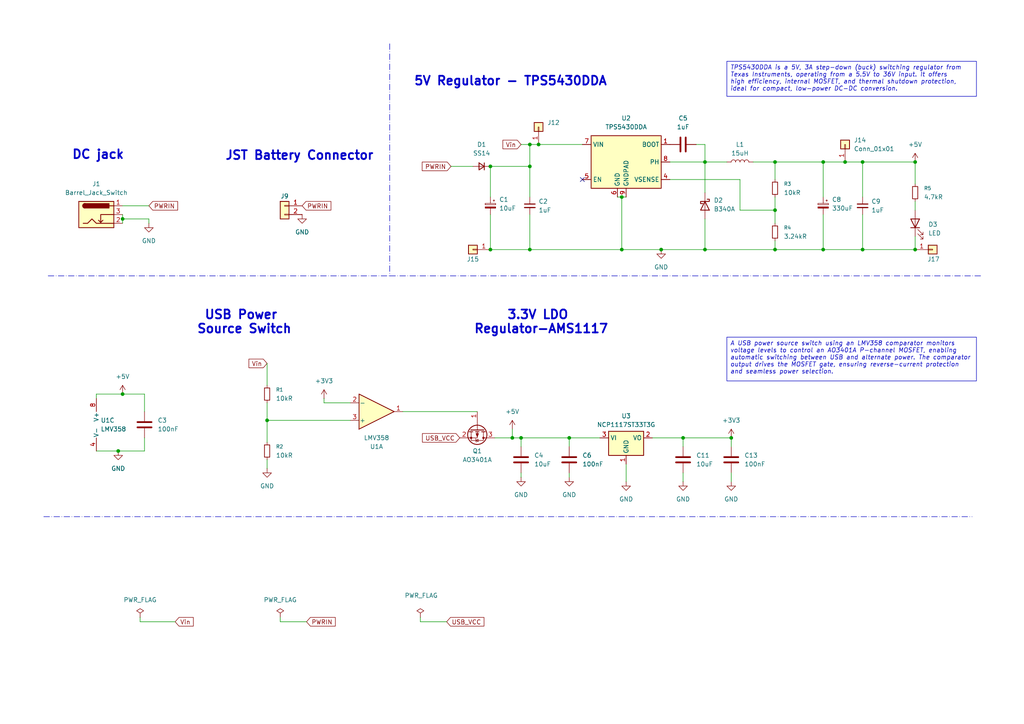
<source format=kicad_sch>
(kicad_sch
	(version 20250114)
	(generator "eeschema")
	(generator_version "9.0")
	(uuid "40762a43-54c8-4b95-92e9-744a99ea5e23")
	(paper "A4")
	(lib_symbols
		(symbol "Amplifier_Operational:LMV358"
			(pin_names
				(offset 0.127)
			)
			(exclude_from_sim no)
			(in_bom yes)
			(on_board yes)
			(property "Reference" "U"
				(at 0 5.08 0)
				(effects
					(font
						(size 1.27 1.27)
					)
					(justify left)
				)
			)
			(property "Value" "LMV358"
				(at 0 -5.08 0)
				(effects
					(font
						(size 1.27 1.27)
					)
					(justify left)
				)
			)
			(property "Footprint" ""
				(at 0 0 0)
				(effects
					(font
						(size 1.27 1.27)
					)
					(hide yes)
				)
			)
			(property "Datasheet" "http://www.ti.com/lit/ds/symlink/lmv324.pdf"
				(at 0 0 0)
				(effects
					(font
						(size 1.27 1.27)
					)
					(hide yes)
				)
			)
			(property "Description" "Dual Low-Voltage Rail-to-Rail Output Operational Amplifiers, SOIC-8/SSOP-8"
				(at 0 0 0)
				(effects
					(font
						(size 1.27 1.27)
					)
					(hide yes)
				)
			)
			(property "ki_locked" ""
				(at 0 0 0)
				(effects
					(font
						(size 1.27 1.27)
					)
				)
			)
			(property "ki_keywords" "single opamp"
				(at 0 0 0)
				(effects
					(font
						(size 1.27 1.27)
					)
					(hide yes)
				)
			)
			(property "ki_fp_filters" "SOIC*3.9x4.9mm*P1.27mm* DIP*W7.62mm* TO*99* OnSemi*Micro8* TSSOP*3x3mm*P0.65mm* TSSOP*4.4x3mm*P0.65mm* MSOP*3x3mm*P0.65mm* SSOP*3.9x4.9mm*P0.635mm* LFCSP*2x2mm*P0.5mm* *SIP* SOIC*5.3x6.2mm*P1.27mm*"
				(at 0 0 0)
				(effects
					(font
						(size 1.27 1.27)
					)
					(hide yes)
				)
			)
			(symbol "LMV358_1_1"
				(polyline
					(pts
						(xy -5.08 5.08) (xy 5.08 0) (xy -5.08 -5.08) (xy -5.08 5.08)
					)
					(stroke
						(width 0.254)
						(type default)
					)
					(fill
						(type background)
					)
				)
				(pin input line
					(at -7.62 2.54 0)
					(length 2.54)
					(name "+"
						(effects
							(font
								(size 1.27 1.27)
							)
						)
					)
					(number "3"
						(effects
							(font
								(size 1.27 1.27)
							)
						)
					)
				)
				(pin input line
					(at -7.62 -2.54 0)
					(length 2.54)
					(name "-"
						(effects
							(font
								(size 1.27 1.27)
							)
						)
					)
					(number "2"
						(effects
							(font
								(size 1.27 1.27)
							)
						)
					)
				)
				(pin output line
					(at 7.62 0 180)
					(length 2.54)
					(name "~"
						(effects
							(font
								(size 1.27 1.27)
							)
						)
					)
					(number "1"
						(effects
							(font
								(size 1.27 1.27)
							)
						)
					)
				)
			)
			(symbol "LMV358_2_1"
				(polyline
					(pts
						(xy -5.08 5.08) (xy 5.08 0) (xy -5.08 -5.08) (xy -5.08 5.08)
					)
					(stroke
						(width 0.254)
						(type default)
					)
					(fill
						(type background)
					)
				)
				(pin input line
					(at -7.62 2.54 0)
					(length 2.54)
					(name "+"
						(effects
							(font
								(size 1.27 1.27)
							)
						)
					)
					(number "5"
						(effects
							(font
								(size 1.27 1.27)
							)
						)
					)
				)
				(pin input line
					(at -7.62 -2.54 0)
					(length 2.54)
					(name "-"
						(effects
							(font
								(size 1.27 1.27)
							)
						)
					)
					(number "6"
						(effects
							(font
								(size 1.27 1.27)
							)
						)
					)
				)
				(pin output line
					(at 7.62 0 180)
					(length 2.54)
					(name "~"
						(effects
							(font
								(size 1.27 1.27)
							)
						)
					)
					(number "7"
						(effects
							(font
								(size 1.27 1.27)
							)
						)
					)
				)
			)
			(symbol "LMV358_3_1"
				(pin power_in line
					(at -2.54 7.62 270)
					(length 3.81)
					(name "V+"
						(effects
							(font
								(size 1.27 1.27)
							)
						)
					)
					(number "8"
						(effects
							(font
								(size 1.27 1.27)
							)
						)
					)
				)
				(pin power_in line
					(at -2.54 -7.62 90)
					(length 3.81)
					(name "V-"
						(effects
							(font
								(size 1.27 1.27)
							)
						)
					)
					(number "4"
						(effects
							(font
								(size 1.27 1.27)
							)
						)
					)
				)
			)
			(embedded_fonts no)
		)
		(symbol "Connector:Barrel_Jack_Switch"
			(pin_names
				(hide yes)
			)
			(exclude_from_sim no)
			(in_bom yes)
			(on_board yes)
			(property "Reference" "J"
				(at 0 5.334 0)
				(effects
					(font
						(size 1.27 1.27)
					)
				)
			)
			(property "Value" "Barrel_Jack_Switch"
				(at 0 -5.08 0)
				(effects
					(font
						(size 1.27 1.27)
					)
				)
			)
			(property "Footprint" ""
				(at 1.27 -1.016 0)
				(effects
					(font
						(size 1.27 1.27)
					)
					(hide yes)
				)
			)
			(property "Datasheet" "~"
				(at 1.27 -1.016 0)
				(effects
					(font
						(size 1.27 1.27)
					)
					(hide yes)
				)
			)
			(property "Description" "DC Barrel Jack with an internal switch"
				(at 0 0 0)
				(effects
					(font
						(size 1.27 1.27)
					)
					(hide yes)
				)
			)
			(property "ki_keywords" "DC power barrel jack connector"
				(at 0 0 0)
				(effects
					(font
						(size 1.27 1.27)
					)
					(hide yes)
				)
			)
			(property "ki_fp_filters" "BarrelJack*"
				(at 0 0 0)
				(effects
					(font
						(size 1.27 1.27)
					)
					(hide yes)
				)
			)
			(symbol "Barrel_Jack_Switch_0_1"
				(rectangle
					(start -5.08 3.81)
					(end 5.08 -3.81)
					(stroke
						(width 0.254)
						(type default)
					)
					(fill
						(type background)
					)
				)
				(polyline
					(pts
						(xy -3.81 -2.54) (xy -2.54 -2.54) (xy -1.27 -1.27) (xy 0 -2.54) (xy 2.54 -2.54) (xy 5.08 -2.54)
					)
					(stroke
						(width 0.254)
						(type default)
					)
					(fill
						(type none)
					)
				)
				(arc
					(start -3.302 1.905)
					(mid -3.9343 2.54)
					(end -3.302 3.175)
					(stroke
						(width 0.254)
						(type default)
					)
					(fill
						(type none)
					)
				)
				(arc
					(start -3.302 1.905)
					(mid -3.9343 2.54)
					(end -3.302 3.175)
					(stroke
						(width 0.254)
						(type default)
					)
					(fill
						(type outline)
					)
				)
				(polyline
					(pts
						(xy 1.27 -2.286) (xy 1.905 -1.651)
					)
					(stroke
						(width 0.254)
						(type default)
					)
					(fill
						(type none)
					)
				)
				(rectangle
					(start 3.683 3.175)
					(end -3.302 1.905)
					(stroke
						(width 0.254)
						(type default)
					)
					(fill
						(type outline)
					)
				)
				(polyline
					(pts
						(xy 5.08 2.54) (xy 3.81 2.54)
					)
					(stroke
						(width 0.254)
						(type default)
					)
					(fill
						(type none)
					)
				)
				(polyline
					(pts
						(xy 5.08 0) (xy 1.27 0) (xy 1.27 -2.286) (xy 0.635 -1.651)
					)
					(stroke
						(width 0.254)
						(type default)
					)
					(fill
						(type none)
					)
				)
			)
			(symbol "Barrel_Jack_Switch_1_1"
				(pin passive line
					(at 7.62 2.54 180)
					(length 2.54)
					(name "~"
						(effects
							(font
								(size 1.27 1.27)
							)
						)
					)
					(number "1"
						(effects
							(font
								(size 1.27 1.27)
							)
						)
					)
				)
				(pin passive line
					(at 7.62 0 180)
					(length 2.54)
					(name "~"
						(effects
							(font
								(size 1.27 1.27)
							)
						)
					)
					(number "3"
						(effects
							(font
								(size 1.27 1.27)
							)
						)
					)
				)
				(pin passive line
					(at 7.62 -2.54 180)
					(length 2.54)
					(name "~"
						(effects
							(font
								(size 1.27 1.27)
							)
						)
					)
					(number "2"
						(effects
							(font
								(size 1.27 1.27)
							)
						)
					)
				)
			)
			(embedded_fonts no)
		)
		(symbol "Connector_Generic:Conn_01x01"
			(pin_names
				(offset 1.016)
				(hide yes)
			)
			(exclude_from_sim no)
			(in_bom yes)
			(on_board yes)
			(property "Reference" "J"
				(at 0 2.54 0)
				(effects
					(font
						(size 1.27 1.27)
					)
				)
			)
			(property "Value" "Conn_01x01"
				(at 0 -2.54 0)
				(effects
					(font
						(size 1.27 1.27)
					)
				)
			)
			(property "Footprint" ""
				(at 0 0 0)
				(effects
					(font
						(size 1.27 1.27)
					)
					(hide yes)
				)
			)
			(property "Datasheet" "~"
				(at 0 0 0)
				(effects
					(font
						(size 1.27 1.27)
					)
					(hide yes)
				)
			)
			(property "Description" "Generic connector, single row, 01x01, script generated (kicad-library-utils/schlib/autogen/connector/)"
				(at 0 0 0)
				(effects
					(font
						(size 1.27 1.27)
					)
					(hide yes)
				)
			)
			(property "ki_keywords" "connector"
				(at 0 0 0)
				(effects
					(font
						(size 1.27 1.27)
					)
					(hide yes)
				)
			)
			(property "ki_fp_filters" "Connector*:*_1x??_*"
				(at 0 0 0)
				(effects
					(font
						(size 1.27 1.27)
					)
					(hide yes)
				)
			)
			(symbol "Conn_01x01_1_1"
				(rectangle
					(start -1.27 1.27)
					(end 1.27 -1.27)
					(stroke
						(width 0.254)
						(type default)
					)
					(fill
						(type background)
					)
				)
				(rectangle
					(start -1.27 0.127)
					(end 0 -0.127)
					(stroke
						(width 0.1524)
						(type default)
					)
					(fill
						(type none)
					)
				)
				(pin passive line
					(at -5.08 0 0)
					(length 3.81)
					(name "Pin_1"
						(effects
							(font
								(size 1.27 1.27)
							)
						)
					)
					(number "1"
						(effects
							(font
								(size 1.27 1.27)
							)
						)
					)
				)
			)
			(embedded_fonts no)
		)
		(symbol "Connector_Generic:Conn_01x02"
			(pin_names
				(offset 1.016)
				(hide yes)
			)
			(exclude_from_sim no)
			(in_bom yes)
			(on_board yes)
			(property "Reference" "J"
				(at 0 2.54 0)
				(effects
					(font
						(size 1.27 1.27)
					)
				)
			)
			(property "Value" "Conn_01x02"
				(at 0 -5.08 0)
				(effects
					(font
						(size 1.27 1.27)
					)
				)
			)
			(property "Footprint" ""
				(at 0 0 0)
				(effects
					(font
						(size 1.27 1.27)
					)
					(hide yes)
				)
			)
			(property "Datasheet" "~"
				(at 0 0 0)
				(effects
					(font
						(size 1.27 1.27)
					)
					(hide yes)
				)
			)
			(property "Description" "Generic connector, single row, 01x02, script generated (kicad-library-utils/schlib/autogen/connector/)"
				(at 0 0 0)
				(effects
					(font
						(size 1.27 1.27)
					)
					(hide yes)
				)
			)
			(property "ki_keywords" "connector"
				(at 0 0 0)
				(effects
					(font
						(size 1.27 1.27)
					)
					(hide yes)
				)
			)
			(property "ki_fp_filters" "Connector*:*_1x??_*"
				(at 0 0 0)
				(effects
					(font
						(size 1.27 1.27)
					)
					(hide yes)
				)
			)
			(symbol "Conn_01x02_1_1"
				(rectangle
					(start -1.27 1.27)
					(end 1.27 -3.81)
					(stroke
						(width 0.254)
						(type default)
					)
					(fill
						(type background)
					)
				)
				(rectangle
					(start -1.27 0.127)
					(end 0 -0.127)
					(stroke
						(width 0.1524)
						(type default)
					)
					(fill
						(type none)
					)
				)
				(rectangle
					(start -1.27 -2.413)
					(end 0 -2.667)
					(stroke
						(width 0.1524)
						(type default)
					)
					(fill
						(type none)
					)
				)
				(pin passive line
					(at -5.08 0 0)
					(length 3.81)
					(name "Pin_1"
						(effects
							(font
								(size 1.27 1.27)
							)
						)
					)
					(number "1"
						(effects
							(font
								(size 1.27 1.27)
							)
						)
					)
				)
				(pin passive line
					(at -5.08 -2.54 0)
					(length 3.81)
					(name "Pin_2"
						(effects
							(font
								(size 1.27 1.27)
							)
						)
					)
					(number "2"
						(effects
							(font
								(size 1.27 1.27)
							)
						)
					)
				)
			)
			(embedded_fonts no)
		)
		(symbol "Device:C"
			(pin_numbers
				(hide yes)
			)
			(pin_names
				(offset 0.254)
			)
			(exclude_from_sim no)
			(in_bom yes)
			(on_board yes)
			(property "Reference" "C"
				(at 0.635 2.54 0)
				(effects
					(font
						(size 1.27 1.27)
					)
					(justify left)
				)
			)
			(property "Value" "C"
				(at 0.635 -2.54 0)
				(effects
					(font
						(size 1.27 1.27)
					)
					(justify left)
				)
			)
			(property "Footprint" ""
				(at 0.9652 -3.81 0)
				(effects
					(font
						(size 1.27 1.27)
					)
					(hide yes)
				)
			)
			(property "Datasheet" "~"
				(at 0 0 0)
				(effects
					(font
						(size 1.27 1.27)
					)
					(hide yes)
				)
			)
			(property "Description" "Unpolarized capacitor"
				(at 0 0 0)
				(effects
					(font
						(size 1.27 1.27)
					)
					(hide yes)
				)
			)
			(property "ki_keywords" "cap capacitor"
				(at 0 0 0)
				(effects
					(font
						(size 1.27 1.27)
					)
					(hide yes)
				)
			)
			(property "ki_fp_filters" "C_*"
				(at 0 0 0)
				(effects
					(font
						(size 1.27 1.27)
					)
					(hide yes)
				)
			)
			(symbol "C_0_1"
				(polyline
					(pts
						(xy -2.032 0.762) (xy 2.032 0.762)
					)
					(stroke
						(width 0.508)
						(type default)
					)
					(fill
						(type none)
					)
				)
				(polyline
					(pts
						(xy -2.032 -0.762) (xy 2.032 -0.762)
					)
					(stroke
						(width 0.508)
						(type default)
					)
					(fill
						(type none)
					)
				)
			)
			(symbol "C_1_1"
				(pin passive line
					(at 0 3.81 270)
					(length 2.794)
					(name "~"
						(effects
							(font
								(size 1.27 1.27)
							)
						)
					)
					(number "1"
						(effects
							(font
								(size 1.27 1.27)
							)
						)
					)
				)
				(pin passive line
					(at 0 -3.81 90)
					(length 2.794)
					(name "~"
						(effects
							(font
								(size 1.27 1.27)
							)
						)
					)
					(number "2"
						(effects
							(font
								(size 1.27 1.27)
							)
						)
					)
				)
			)
			(embedded_fonts no)
		)
		(symbol "Device:C_Polarized_Small"
			(pin_numbers
				(hide yes)
			)
			(pin_names
				(offset 0.254)
				(hide yes)
			)
			(exclude_from_sim no)
			(in_bom yes)
			(on_board yes)
			(property "Reference" "C"
				(at 0.254 1.778 0)
				(effects
					(font
						(size 1.27 1.27)
					)
					(justify left)
				)
			)
			(property "Value" "C_Polarized_Small"
				(at 0.254 -2.032 0)
				(effects
					(font
						(size 1.27 1.27)
					)
					(justify left)
				)
			)
			(property "Footprint" ""
				(at 0 0 0)
				(effects
					(font
						(size 1.27 1.27)
					)
					(hide yes)
				)
			)
			(property "Datasheet" "~"
				(at 0 0 0)
				(effects
					(font
						(size 1.27 1.27)
					)
					(hide yes)
				)
			)
			(property "Description" "Polarized capacitor, small symbol"
				(at 0 0 0)
				(effects
					(font
						(size 1.27 1.27)
					)
					(hide yes)
				)
			)
			(property "ki_keywords" "cap capacitor"
				(at 0 0 0)
				(effects
					(font
						(size 1.27 1.27)
					)
					(hide yes)
				)
			)
			(property "ki_fp_filters" "CP_*"
				(at 0 0 0)
				(effects
					(font
						(size 1.27 1.27)
					)
					(hide yes)
				)
			)
			(symbol "C_Polarized_Small_0_1"
				(rectangle
					(start -1.524 0.6858)
					(end 1.524 0.3048)
					(stroke
						(width 0)
						(type default)
					)
					(fill
						(type none)
					)
				)
				(rectangle
					(start -1.524 -0.3048)
					(end 1.524 -0.6858)
					(stroke
						(width 0)
						(type default)
					)
					(fill
						(type outline)
					)
				)
				(polyline
					(pts
						(xy -1.27 1.524) (xy -0.762 1.524)
					)
					(stroke
						(width 0)
						(type default)
					)
					(fill
						(type none)
					)
				)
				(polyline
					(pts
						(xy -1.016 1.27) (xy -1.016 1.778)
					)
					(stroke
						(width 0)
						(type default)
					)
					(fill
						(type none)
					)
				)
			)
			(symbol "C_Polarized_Small_1_1"
				(pin passive line
					(at 0 2.54 270)
					(length 1.8542)
					(name "~"
						(effects
							(font
								(size 1.27 1.27)
							)
						)
					)
					(number "1"
						(effects
							(font
								(size 1.27 1.27)
							)
						)
					)
				)
				(pin passive line
					(at 0 -2.54 90)
					(length 1.8542)
					(name "~"
						(effects
							(font
								(size 1.27 1.27)
							)
						)
					)
					(number "2"
						(effects
							(font
								(size 1.27 1.27)
							)
						)
					)
				)
			)
			(embedded_fonts no)
		)
		(symbol "Device:C_Small"
			(pin_numbers
				(hide yes)
			)
			(pin_names
				(offset 0.254)
				(hide yes)
			)
			(exclude_from_sim no)
			(in_bom yes)
			(on_board yes)
			(property "Reference" "C"
				(at 0.254 1.778 0)
				(effects
					(font
						(size 1.27 1.27)
					)
					(justify left)
				)
			)
			(property "Value" "C_Small"
				(at 0.254 -2.032 0)
				(effects
					(font
						(size 1.27 1.27)
					)
					(justify left)
				)
			)
			(property "Footprint" ""
				(at 0 0 0)
				(effects
					(font
						(size 1.27 1.27)
					)
					(hide yes)
				)
			)
			(property "Datasheet" "~"
				(at 0 0 0)
				(effects
					(font
						(size 1.27 1.27)
					)
					(hide yes)
				)
			)
			(property "Description" "Unpolarized capacitor, small symbol"
				(at 0 0 0)
				(effects
					(font
						(size 1.27 1.27)
					)
					(hide yes)
				)
			)
			(property "ki_keywords" "capacitor cap"
				(at 0 0 0)
				(effects
					(font
						(size 1.27 1.27)
					)
					(hide yes)
				)
			)
			(property "ki_fp_filters" "C_*"
				(at 0 0 0)
				(effects
					(font
						(size 1.27 1.27)
					)
					(hide yes)
				)
			)
			(symbol "C_Small_0_1"
				(polyline
					(pts
						(xy -1.524 0.508) (xy 1.524 0.508)
					)
					(stroke
						(width 0.3048)
						(type default)
					)
					(fill
						(type none)
					)
				)
				(polyline
					(pts
						(xy -1.524 -0.508) (xy 1.524 -0.508)
					)
					(stroke
						(width 0.3302)
						(type default)
					)
					(fill
						(type none)
					)
				)
			)
			(symbol "C_Small_1_1"
				(pin passive line
					(at 0 2.54 270)
					(length 2.032)
					(name "~"
						(effects
							(font
								(size 1.27 1.27)
							)
						)
					)
					(number "1"
						(effects
							(font
								(size 1.27 1.27)
							)
						)
					)
				)
				(pin passive line
					(at 0 -2.54 90)
					(length 2.032)
					(name "~"
						(effects
							(font
								(size 1.27 1.27)
							)
						)
					)
					(number "2"
						(effects
							(font
								(size 1.27 1.27)
							)
						)
					)
				)
			)
			(embedded_fonts no)
		)
		(symbol "Device:D_Small"
			(pin_numbers
				(hide yes)
			)
			(pin_names
				(offset 0.254)
				(hide yes)
			)
			(exclude_from_sim no)
			(in_bom yes)
			(on_board yes)
			(property "Reference" "D"
				(at -1.27 2.032 0)
				(effects
					(font
						(size 1.27 1.27)
					)
					(justify left)
				)
			)
			(property "Value" "D_Small"
				(at -3.81 -2.032 0)
				(effects
					(font
						(size 1.27 1.27)
					)
					(justify left)
				)
			)
			(property "Footprint" ""
				(at 0 0 90)
				(effects
					(font
						(size 1.27 1.27)
					)
					(hide yes)
				)
			)
			(property "Datasheet" "~"
				(at 0 0 90)
				(effects
					(font
						(size 1.27 1.27)
					)
					(hide yes)
				)
			)
			(property "Description" "Diode, small symbol"
				(at 0 0 0)
				(effects
					(font
						(size 1.27 1.27)
					)
					(hide yes)
				)
			)
			(property "Sim.Device" "D"
				(at 0 0 0)
				(effects
					(font
						(size 1.27 1.27)
					)
					(hide yes)
				)
			)
			(property "Sim.Pins" "1=K 2=A"
				(at 0 0 0)
				(effects
					(font
						(size 1.27 1.27)
					)
					(hide yes)
				)
			)
			(property "ki_keywords" "diode"
				(at 0 0 0)
				(effects
					(font
						(size 1.27 1.27)
					)
					(hide yes)
				)
			)
			(property "ki_fp_filters" "TO-???* *_Diode_* *SingleDiode* D_*"
				(at 0 0 0)
				(effects
					(font
						(size 1.27 1.27)
					)
					(hide yes)
				)
			)
			(symbol "D_Small_0_1"
				(polyline
					(pts
						(xy -0.762 0) (xy 0.762 0)
					)
					(stroke
						(width 0)
						(type default)
					)
					(fill
						(type none)
					)
				)
				(polyline
					(pts
						(xy -0.762 -1.016) (xy -0.762 1.016)
					)
					(stroke
						(width 0.254)
						(type default)
					)
					(fill
						(type none)
					)
				)
				(polyline
					(pts
						(xy 0.762 -1.016) (xy -0.762 0) (xy 0.762 1.016) (xy 0.762 -1.016)
					)
					(stroke
						(width 0.254)
						(type default)
					)
					(fill
						(type none)
					)
				)
			)
			(symbol "D_Small_1_1"
				(pin passive line
					(at -2.54 0 0)
					(length 1.778)
					(name "K"
						(effects
							(font
								(size 1.27 1.27)
							)
						)
					)
					(number "1"
						(effects
							(font
								(size 1.27 1.27)
							)
						)
					)
				)
				(pin passive line
					(at 2.54 0 180)
					(length 1.778)
					(name "A"
						(effects
							(font
								(size 1.27 1.27)
							)
						)
					)
					(number "2"
						(effects
							(font
								(size 1.27 1.27)
							)
						)
					)
				)
			)
			(embedded_fonts no)
		)
		(symbol "Device:L"
			(pin_numbers
				(hide yes)
			)
			(pin_names
				(offset 1.016)
				(hide yes)
			)
			(exclude_from_sim no)
			(in_bom yes)
			(on_board yes)
			(property "Reference" "L"
				(at -1.27 0 90)
				(effects
					(font
						(size 1.27 1.27)
					)
				)
			)
			(property "Value" "L"
				(at 1.905 0 90)
				(effects
					(font
						(size 1.27 1.27)
					)
				)
			)
			(property "Footprint" ""
				(at 0 0 0)
				(effects
					(font
						(size 1.27 1.27)
					)
					(hide yes)
				)
			)
			(property "Datasheet" "~"
				(at 0 0 0)
				(effects
					(font
						(size 1.27 1.27)
					)
					(hide yes)
				)
			)
			(property "Description" "Inductor"
				(at 0 0 0)
				(effects
					(font
						(size 1.27 1.27)
					)
					(hide yes)
				)
			)
			(property "ki_keywords" "inductor choke coil reactor magnetic"
				(at 0 0 0)
				(effects
					(font
						(size 1.27 1.27)
					)
					(hide yes)
				)
			)
			(property "ki_fp_filters" "Choke_* *Coil* Inductor_* L_*"
				(at 0 0 0)
				(effects
					(font
						(size 1.27 1.27)
					)
					(hide yes)
				)
			)
			(symbol "L_0_1"
				(arc
					(start 0 2.54)
					(mid 0.6323 1.905)
					(end 0 1.27)
					(stroke
						(width 0)
						(type default)
					)
					(fill
						(type none)
					)
				)
				(arc
					(start 0 1.27)
					(mid 0.6323 0.635)
					(end 0 0)
					(stroke
						(width 0)
						(type default)
					)
					(fill
						(type none)
					)
				)
				(arc
					(start 0 0)
					(mid 0.6323 -0.635)
					(end 0 -1.27)
					(stroke
						(width 0)
						(type default)
					)
					(fill
						(type none)
					)
				)
				(arc
					(start 0 -1.27)
					(mid 0.6323 -1.905)
					(end 0 -2.54)
					(stroke
						(width 0)
						(type default)
					)
					(fill
						(type none)
					)
				)
			)
			(symbol "L_1_1"
				(pin passive line
					(at 0 3.81 270)
					(length 1.27)
					(name "1"
						(effects
							(font
								(size 1.27 1.27)
							)
						)
					)
					(number "1"
						(effects
							(font
								(size 1.27 1.27)
							)
						)
					)
				)
				(pin passive line
					(at 0 -3.81 90)
					(length 1.27)
					(name "2"
						(effects
							(font
								(size 1.27 1.27)
							)
						)
					)
					(number "2"
						(effects
							(font
								(size 1.27 1.27)
							)
						)
					)
				)
			)
			(embedded_fonts no)
		)
		(symbol "Device:LED"
			(pin_numbers
				(hide yes)
			)
			(pin_names
				(offset 1.016)
				(hide yes)
			)
			(exclude_from_sim no)
			(in_bom yes)
			(on_board yes)
			(property "Reference" "D"
				(at 0 2.54 0)
				(effects
					(font
						(size 1.27 1.27)
					)
				)
			)
			(property "Value" "LED"
				(at 0 -2.54 0)
				(effects
					(font
						(size 1.27 1.27)
					)
				)
			)
			(property "Footprint" ""
				(at 0 0 0)
				(effects
					(font
						(size 1.27 1.27)
					)
					(hide yes)
				)
			)
			(property "Datasheet" "~"
				(at 0 0 0)
				(effects
					(font
						(size 1.27 1.27)
					)
					(hide yes)
				)
			)
			(property "Description" "Light emitting diode"
				(at 0 0 0)
				(effects
					(font
						(size 1.27 1.27)
					)
					(hide yes)
				)
			)
			(property "Sim.Pins" "1=K 2=A"
				(at 0 0 0)
				(effects
					(font
						(size 1.27 1.27)
					)
					(hide yes)
				)
			)
			(property "ki_keywords" "LED diode"
				(at 0 0 0)
				(effects
					(font
						(size 1.27 1.27)
					)
					(hide yes)
				)
			)
			(property "ki_fp_filters" "LED* LED_SMD:* LED_THT:*"
				(at 0 0 0)
				(effects
					(font
						(size 1.27 1.27)
					)
					(hide yes)
				)
			)
			(symbol "LED_0_1"
				(polyline
					(pts
						(xy -3.048 -0.762) (xy -4.572 -2.286) (xy -3.81 -2.286) (xy -4.572 -2.286) (xy -4.572 -1.524)
					)
					(stroke
						(width 0)
						(type default)
					)
					(fill
						(type none)
					)
				)
				(polyline
					(pts
						(xy -1.778 -0.762) (xy -3.302 -2.286) (xy -2.54 -2.286) (xy -3.302 -2.286) (xy -3.302 -1.524)
					)
					(stroke
						(width 0)
						(type default)
					)
					(fill
						(type none)
					)
				)
				(polyline
					(pts
						(xy -1.27 0) (xy 1.27 0)
					)
					(stroke
						(width 0)
						(type default)
					)
					(fill
						(type none)
					)
				)
				(polyline
					(pts
						(xy -1.27 -1.27) (xy -1.27 1.27)
					)
					(stroke
						(width 0.254)
						(type default)
					)
					(fill
						(type none)
					)
				)
				(polyline
					(pts
						(xy 1.27 -1.27) (xy 1.27 1.27) (xy -1.27 0) (xy 1.27 -1.27)
					)
					(stroke
						(width 0.254)
						(type default)
					)
					(fill
						(type none)
					)
				)
			)
			(symbol "LED_1_1"
				(pin passive line
					(at -3.81 0 0)
					(length 2.54)
					(name "K"
						(effects
							(font
								(size 1.27 1.27)
							)
						)
					)
					(number "1"
						(effects
							(font
								(size 1.27 1.27)
							)
						)
					)
				)
				(pin passive line
					(at 3.81 0 180)
					(length 2.54)
					(name "A"
						(effects
							(font
								(size 1.27 1.27)
							)
						)
					)
					(number "2"
						(effects
							(font
								(size 1.27 1.27)
							)
						)
					)
				)
			)
			(embedded_fonts no)
		)
		(symbol "Device:R_Small"
			(pin_numbers
				(hide yes)
			)
			(pin_names
				(offset 0.254)
				(hide yes)
			)
			(exclude_from_sim no)
			(in_bom yes)
			(on_board yes)
			(property "Reference" "R"
				(at 0 0 90)
				(effects
					(font
						(size 1.016 1.016)
					)
				)
			)
			(property "Value" "R_Small"
				(at 1.778 0 90)
				(effects
					(font
						(size 1.27 1.27)
					)
				)
			)
			(property "Footprint" ""
				(at 0 0 0)
				(effects
					(font
						(size 1.27 1.27)
					)
					(hide yes)
				)
			)
			(property "Datasheet" "~"
				(at 0 0 0)
				(effects
					(font
						(size 1.27 1.27)
					)
					(hide yes)
				)
			)
			(property "Description" "Resistor, small symbol"
				(at 0 0 0)
				(effects
					(font
						(size 1.27 1.27)
					)
					(hide yes)
				)
			)
			(property "ki_keywords" "R resistor"
				(at 0 0 0)
				(effects
					(font
						(size 1.27 1.27)
					)
					(hide yes)
				)
			)
			(property "ki_fp_filters" "R_*"
				(at 0 0 0)
				(effects
					(font
						(size 1.27 1.27)
					)
					(hide yes)
				)
			)
			(symbol "R_Small_0_1"
				(rectangle
					(start -0.762 1.778)
					(end 0.762 -1.778)
					(stroke
						(width 0.2032)
						(type default)
					)
					(fill
						(type none)
					)
				)
			)
			(symbol "R_Small_1_1"
				(pin passive line
					(at 0 2.54 270)
					(length 0.762)
					(name "~"
						(effects
							(font
								(size 1.27 1.27)
							)
						)
					)
					(number "1"
						(effects
							(font
								(size 1.27 1.27)
							)
						)
					)
				)
				(pin passive line
					(at 0 -2.54 90)
					(length 0.762)
					(name "~"
						(effects
							(font
								(size 1.27 1.27)
							)
						)
					)
					(number "2"
						(effects
							(font
								(size 1.27 1.27)
							)
						)
					)
				)
			)
			(embedded_fonts no)
		)
		(symbol "Diode:SS34"
			(pin_numbers
				(hide yes)
			)
			(pin_names
				(offset 1.016)
				(hide yes)
			)
			(exclude_from_sim no)
			(in_bom yes)
			(on_board yes)
			(property "Reference" "D"
				(at 0 2.54 0)
				(effects
					(font
						(size 1.27 1.27)
					)
				)
			)
			(property "Value" "SS34"
				(at 0 -2.54 0)
				(effects
					(font
						(size 1.27 1.27)
					)
				)
			)
			(property "Footprint" "Diode_SMD:D_SMA"
				(at 0 -4.445 0)
				(effects
					(font
						(size 1.27 1.27)
					)
					(hide yes)
				)
			)
			(property "Datasheet" "https://www.vishay.com/docs/88751/ss32.pdf"
				(at 0 0 0)
				(effects
					(font
						(size 1.27 1.27)
					)
					(hide yes)
				)
			)
			(property "Description" "40V 3A Schottky Diode, SMA"
				(at 0 0 0)
				(effects
					(font
						(size 1.27 1.27)
					)
					(hide yes)
				)
			)
			(property "ki_keywords" "diode Schottky"
				(at 0 0 0)
				(effects
					(font
						(size 1.27 1.27)
					)
					(hide yes)
				)
			)
			(property "ki_fp_filters" "D*SMA*"
				(at 0 0 0)
				(effects
					(font
						(size 1.27 1.27)
					)
					(hide yes)
				)
			)
			(symbol "SS34_0_1"
				(polyline
					(pts
						(xy -1.905 0.635) (xy -1.905 1.27) (xy -1.27 1.27) (xy -1.27 -1.27) (xy -0.635 -1.27) (xy -0.635 -0.635)
					)
					(stroke
						(width 0.254)
						(type default)
					)
					(fill
						(type none)
					)
				)
				(polyline
					(pts
						(xy 1.27 1.27) (xy 1.27 -1.27) (xy -1.27 0) (xy 1.27 1.27)
					)
					(stroke
						(width 0.254)
						(type default)
					)
					(fill
						(type none)
					)
				)
				(polyline
					(pts
						(xy 1.27 0) (xy -1.27 0)
					)
					(stroke
						(width 0)
						(type default)
					)
					(fill
						(type none)
					)
				)
			)
			(symbol "SS34_1_1"
				(pin passive line
					(at -3.81 0 0)
					(length 2.54)
					(name "K"
						(effects
							(font
								(size 1.27 1.27)
							)
						)
					)
					(number "1"
						(effects
							(font
								(size 1.27 1.27)
							)
						)
					)
				)
				(pin passive line
					(at 3.81 0 180)
					(length 2.54)
					(name "A"
						(effects
							(font
								(size 1.27 1.27)
							)
						)
					)
					(number "2"
						(effects
							(font
								(size 1.27 1.27)
							)
						)
					)
				)
			)
			(embedded_fonts no)
		)
		(symbol "Regulator_Linear:AMS1117-3.3"
			(exclude_from_sim no)
			(in_bom yes)
			(on_board yes)
			(property "Reference" "U"
				(at -3.81 3.175 0)
				(effects
					(font
						(size 1.27 1.27)
					)
				)
			)
			(property "Value" "AMS1117-3.3"
				(at 0 3.175 0)
				(effects
					(font
						(size 1.27 1.27)
					)
					(justify left)
				)
			)
			(property "Footprint" "Package_TO_SOT_SMD:SOT-223-3_TabPin2"
				(at 0 5.08 0)
				(effects
					(font
						(size 1.27 1.27)
					)
					(hide yes)
				)
			)
			(property "Datasheet" "http://www.advanced-monolithic.com/pdf/ds1117.pdf"
				(at 2.54 -6.35 0)
				(effects
					(font
						(size 1.27 1.27)
					)
					(hide yes)
				)
			)
			(property "Description" "1A Low Dropout regulator, positive, 3.3V fixed output, SOT-223"
				(at 0 0 0)
				(effects
					(font
						(size 1.27 1.27)
					)
					(hide yes)
				)
			)
			(property "ki_keywords" "linear regulator ldo fixed positive"
				(at 0 0 0)
				(effects
					(font
						(size 1.27 1.27)
					)
					(hide yes)
				)
			)
			(property "ki_fp_filters" "SOT?223*TabPin2*"
				(at 0 0 0)
				(effects
					(font
						(size 1.27 1.27)
					)
					(hide yes)
				)
			)
			(symbol "AMS1117-3.3_0_1"
				(rectangle
					(start -5.08 -5.08)
					(end 5.08 1.905)
					(stroke
						(width 0.254)
						(type default)
					)
					(fill
						(type background)
					)
				)
			)
			(symbol "AMS1117-3.3_1_1"
				(pin power_in line
					(at -7.62 0 0)
					(length 2.54)
					(name "VI"
						(effects
							(font
								(size 1.27 1.27)
							)
						)
					)
					(number "3"
						(effects
							(font
								(size 1.27 1.27)
							)
						)
					)
				)
				(pin power_in line
					(at 0 -7.62 90)
					(length 2.54)
					(name "GND"
						(effects
							(font
								(size 1.27 1.27)
							)
						)
					)
					(number "1"
						(effects
							(font
								(size 1.27 1.27)
							)
						)
					)
				)
				(pin power_out line
					(at 7.62 0 180)
					(length 2.54)
					(name "VO"
						(effects
							(font
								(size 1.27 1.27)
							)
						)
					)
					(number "2"
						(effects
							(font
								(size 1.27 1.27)
							)
						)
					)
				)
			)
			(embedded_fonts no)
		)
		(symbol "Regulator_Switching:TPS5430DDA"
			(exclude_from_sim no)
			(in_bom yes)
			(on_board yes)
			(property "Reference" "U"
				(at -10.16 8.89 0)
				(effects
					(font
						(size 1.27 1.27)
					)
					(justify left)
				)
			)
			(property "Value" "TPS5430DDA"
				(at -1.27 8.89 0)
				(effects
					(font
						(size 1.27 1.27)
					)
					(justify left)
				)
			)
			(property "Footprint" "Package_SO:TI_SO-PowerPAD-8_ThermalVias"
				(at 1.27 -8.89 0)
				(effects
					(font
						(size 1.27 1.27)
						(italic yes)
					)
					(justify left)
					(hide yes)
				)
			)
			(property "Datasheet" "http://www.ti.com/lit/ds/symlink/tps5430.pdf"
				(at 0 0 0)
				(effects
					(font
						(size 1.27 1.27)
					)
					(hide yes)
				)
			)
			(property "Description" "3A, Step Down Swift Converter, Adjustable Output Voltage, 5.5-36V Input Voltage, PowerSO-8"
				(at 0 0 0)
				(effects
					(font
						(size 1.27 1.27)
					)
					(hide yes)
				)
			)
			(property "ki_keywords" "Step-Down DC-DC Switching Regulator"
				(at 0 0 0)
				(effects
					(font
						(size 1.27 1.27)
					)
					(hide yes)
				)
			)
			(property "ki_fp_filters" "TI*SO*PowerPAD*ThermalVias*"
				(at 0 0 0)
				(effects
					(font
						(size 1.27 1.27)
					)
					(hide yes)
				)
			)
			(symbol "TPS5430DDA_0_1"
				(rectangle
					(start -10.16 7.62)
					(end 10.16 -7.62)
					(stroke
						(width 0.254)
						(type default)
					)
					(fill
						(type background)
					)
				)
			)
			(symbol "TPS5430DDA_1_1"
				(pin power_in line
					(at -12.7 5.08 0)
					(length 2.54)
					(name "VIN"
						(effects
							(font
								(size 1.27 1.27)
							)
						)
					)
					(number "7"
						(effects
							(font
								(size 1.27 1.27)
							)
						)
					)
				)
				(pin input line
					(at -12.7 -5.08 0)
					(length 2.54)
					(name "EN"
						(effects
							(font
								(size 1.27 1.27)
							)
						)
					)
					(number "5"
						(effects
							(font
								(size 1.27 1.27)
							)
						)
					)
				)
				(pin no_connect line
					(at -10.16 2.54 0)
					(length 2.54)
					(hide yes)
					(name "NC"
						(effects
							(font
								(size 1.27 1.27)
							)
						)
					)
					(number "2"
						(effects
							(font
								(size 1.27 1.27)
							)
						)
					)
				)
				(pin no_connect line
					(at -10.16 -2.54 0)
					(length 2.54)
					(hide yes)
					(name "NC"
						(effects
							(font
								(size 1.27 1.27)
							)
						)
					)
					(number "3"
						(effects
							(font
								(size 1.27 1.27)
							)
						)
					)
				)
				(pin power_in line
					(at -2.54 -10.16 90)
					(length 2.54)
					(name "GND"
						(effects
							(font
								(size 1.27 1.27)
							)
						)
					)
					(number "6"
						(effects
							(font
								(size 1.27 1.27)
							)
						)
					)
				)
				(pin power_in line
					(at 0 -10.16 90)
					(length 2.54)
					(name "GNDPAD"
						(effects
							(font
								(size 1.27 1.27)
							)
						)
					)
					(number "9"
						(effects
							(font
								(size 1.27 1.27)
							)
						)
					)
				)
				(pin input line
					(at 12.7 5.08 180)
					(length 2.54)
					(name "BOOT"
						(effects
							(font
								(size 1.27 1.27)
							)
						)
					)
					(number "1"
						(effects
							(font
								(size 1.27 1.27)
							)
						)
					)
				)
				(pin output line
					(at 12.7 0 180)
					(length 2.54)
					(name "PH"
						(effects
							(font
								(size 1.27 1.27)
							)
						)
					)
					(number "8"
						(effects
							(font
								(size 1.27 1.27)
							)
						)
					)
				)
				(pin input line
					(at 12.7 -5.08 180)
					(length 2.54)
					(name "VSENSE"
						(effects
							(font
								(size 1.27 1.27)
							)
						)
					)
					(number "4"
						(effects
							(font
								(size 1.27 1.27)
							)
						)
					)
				)
			)
			(embedded_fonts no)
		)
		(symbol "Transistor_FET:AO3401A"
			(pin_names
				(hide yes)
			)
			(exclude_from_sim no)
			(in_bom yes)
			(on_board yes)
			(property "Reference" "Q"
				(at 5.08 1.905 0)
				(effects
					(font
						(size 1.27 1.27)
					)
					(justify left)
				)
			)
			(property "Value" "AO3401A"
				(at 5.08 0 0)
				(effects
					(font
						(size 1.27 1.27)
					)
					(justify left)
				)
			)
			(property "Footprint" "Package_TO_SOT_SMD:SOT-23"
				(at 5.08 -1.905 0)
				(effects
					(font
						(size 1.27 1.27)
						(italic yes)
					)
					(justify left)
					(hide yes)
				)
			)
			(property "Datasheet" "http://www.aosmd.com/pdfs/datasheet/AO3401A.pdf"
				(at 5.08 -3.81 0)
				(effects
					(font
						(size 1.27 1.27)
					)
					(justify left)
					(hide yes)
				)
			)
			(property "Description" "-4.0A Id, -30V Vds, P-Channel MOSFET, SOT-23"
				(at 0 0 0)
				(effects
					(font
						(size 1.27 1.27)
					)
					(hide yes)
				)
			)
			(property "ki_keywords" "P-Channel MOSFET"
				(at 0 0 0)
				(effects
					(font
						(size 1.27 1.27)
					)
					(hide yes)
				)
			)
			(property "ki_fp_filters" "SOT?23*"
				(at 0 0 0)
				(effects
					(font
						(size 1.27 1.27)
					)
					(hide yes)
				)
			)
			(symbol "AO3401A_0_1"
				(polyline
					(pts
						(xy 0.254 1.905) (xy 0.254 -1.905)
					)
					(stroke
						(width 0.254)
						(type default)
					)
					(fill
						(type none)
					)
				)
				(polyline
					(pts
						(xy 0.254 0) (xy -2.54 0)
					)
					(stroke
						(width 0)
						(type default)
					)
					(fill
						(type none)
					)
				)
				(polyline
					(pts
						(xy 0.762 2.286) (xy 0.762 1.27)
					)
					(stroke
						(width 0.254)
						(type default)
					)
					(fill
						(type none)
					)
				)
				(polyline
					(pts
						(xy 0.762 1.778) (xy 3.302 1.778) (xy 3.302 -1.778) (xy 0.762 -1.778)
					)
					(stroke
						(width 0)
						(type default)
					)
					(fill
						(type none)
					)
				)
				(polyline
					(pts
						(xy 0.762 0.508) (xy 0.762 -0.508)
					)
					(stroke
						(width 0.254)
						(type default)
					)
					(fill
						(type none)
					)
				)
				(polyline
					(pts
						(xy 0.762 -1.27) (xy 0.762 -2.286)
					)
					(stroke
						(width 0.254)
						(type default)
					)
					(fill
						(type none)
					)
				)
				(circle
					(center 1.651 0)
					(radius 2.794)
					(stroke
						(width 0.254)
						(type default)
					)
					(fill
						(type none)
					)
				)
				(polyline
					(pts
						(xy 2.286 0) (xy 1.27 0.381) (xy 1.27 -0.381) (xy 2.286 0)
					)
					(stroke
						(width 0)
						(type default)
					)
					(fill
						(type outline)
					)
				)
				(polyline
					(pts
						(xy 2.54 2.54) (xy 2.54 1.778)
					)
					(stroke
						(width 0)
						(type default)
					)
					(fill
						(type none)
					)
				)
				(circle
					(center 2.54 1.778)
					(radius 0.254)
					(stroke
						(width 0)
						(type default)
					)
					(fill
						(type outline)
					)
				)
				(circle
					(center 2.54 -1.778)
					(radius 0.254)
					(stroke
						(width 0)
						(type default)
					)
					(fill
						(type outline)
					)
				)
				(polyline
					(pts
						(xy 2.54 -2.54) (xy 2.54 0) (xy 0.762 0)
					)
					(stroke
						(width 0)
						(type default)
					)
					(fill
						(type none)
					)
				)
				(polyline
					(pts
						(xy 2.794 -0.508) (xy 2.921 -0.381) (xy 3.683 -0.381) (xy 3.81 -0.254)
					)
					(stroke
						(width 0)
						(type default)
					)
					(fill
						(type none)
					)
				)
				(polyline
					(pts
						(xy 3.302 -0.381) (xy 2.921 0.254) (xy 3.683 0.254) (xy 3.302 -0.381)
					)
					(stroke
						(width 0)
						(type default)
					)
					(fill
						(type none)
					)
				)
			)
			(symbol "AO3401A_1_1"
				(pin input line
					(at -5.08 0 0)
					(length 2.54)
					(name "G"
						(effects
							(font
								(size 1.27 1.27)
							)
						)
					)
					(number "1"
						(effects
							(font
								(size 1.27 1.27)
							)
						)
					)
				)
				(pin passive line
					(at 2.54 5.08 270)
					(length 2.54)
					(name "D"
						(effects
							(font
								(size 1.27 1.27)
							)
						)
					)
					(number "3"
						(effects
							(font
								(size 1.27 1.27)
							)
						)
					)
				)
				(pin passive line
					(at 2.54 -5.08 90)
					(length 2.54)
					(name "S"
						(effects
							(font
								(size 1.27 1.27)
							)
						)
					)
					(number "2"
						(effects
							(font
								(size 1.27 1.27)
							)
						)
					)
				)
			)
			(embedded_fonts no)
		)
		(symbol "power:+3V3"
			(power)
			(pin_numbers
				(hide yes)
			)
			(pin_names
				(offset 0)
				(hide yes)
			)
			(exclude_from_sim no)
			(in_bom yes)
			(on_board yes)
			(property "Reference" "#PWR"
				(at 0 -3.81 0)
				(effects
					(font
						(size 1.27 1.27)
					)
					(hide yes)
				)
			)
			(property "Value" "+3V3"
				(at 0 3.556 0)
				(effects
					(font
						(size 1.27 1.27)
					)
				)
			)
			(property "Footprint" ""
				(at 0 0 0)
				(effects
					(font
						(size 1.27 1.27)
					)
					(hide yes)
				)
			)
			(property "Datasheet" ""
				(at 0 0 0)
				(effects
					(font
						(size 1.27 1.27)
					)
					(hide yes)
				)
			)
			(property "Description" "Power symbol creates a global label with name \"+3V3\""
				(at 0 0 0)
				(effects
					(font
						(size 1.27 1.27)
					)
					(hide yes)
				)
			)
			(property "ki_keywords" "global power"
				(at 0 0 0)
				(effects
					(font
						(size 1.27 1.27)
					)
					(hide yes)
				)
			)
			(symbol "+3V3_0_1"
				(polyline
					(pts
						(xy -0.762 1.27) (xy 0 2.54)
					)
					(stroke
						(width 0)
						(type default)
					)
					(fill
						(type none)
					)
				)
				(polyline
					(pts
						(xy 0 2.54) (xy 0.762 1.27)
					)
					(stroke
						(width 0)
						(type default)
					)
					(fill
						(type none)
					)
				)
				(polyline
					(pts
						(xy 0 0) (xy 0 2.54)
					)
					(stroke
						(width 0)
						(type default)
					)
					(fill
						(type none)
					)
				)
			)
			(symbol "+3V3_1_1"
				(pin power_in line
					(at 0 0 90)
					(length 0)
					(name "~"
						(effects
							(font
								(size 1.27 1.27)
							)
						)
					)
					(number "1"
						(effects
							(font
								(size 1.27 1.27)
							)
						)
					)
				)
			)
			(embedded_fonts no)
		)
		(symbol "power:+5V"
			(power)
			(pin_numbers
				(hide yes)
			)
			(pin_names
				(offset 0)
				(hide yes)
			)
			(exclude_from_sim no)
			(in_bom yes)
			(on_board yes)
			(property "Reference" "#PWR"
				(at 0 -3.81 0)
				(effects
					(font
						(size 1.27 1.27)
					)
					(hide yes)
				)
			)
			(property "Value" "+5V"
				(at 0 3.556 0)
				(effects
					(font
						(size 1.27 1.27)
					)
				)
			)
			(property "Footprint" ""
				(at 0 0 0)
				(effects
					(font
						(size 1.27 1.27)
					)
					(hide yes)
				)
			)
			(property "Datasheet" ""
				(at 0 0 0)
				(effects
					(font
						(size 1.27 1.27)
					)
					(hide yes)
				)
			)
			(property "Description" "Power symbol creates a global label with name \"+5V\""
				(at 0 0 0)
				(effects
					(font
						(size 1.27 1.27)
					)
					(hide yes)
				)
			)
			(property "ki_keywords" "global power"
				(at 0 0 0)
				(effects
					(font
						(size 1.27 1.27)
					)
					(hide yes)
				)
			)
			(symbol "+5V_0_1"
				(polyline
					(pts
						(xy -0.762 1.27) (xy 0 2.54)
					)
					(stroke
						(width 0)
						(type default)
					)
					(fill
						(type none)
					)
				)
				(polyline
					(pts
						(xy 0 2.54) (xy 0.762 1.27)
					)
					(stroke
						(width 0)
						(type default)
					)
					(fill
						(type none)
					)
				)
				(polyline
					(pts
						(xy 0 0) (xy 0 2.54)
					)
					(stroke
						(width 0)
						(type default)
					)
					(fill
						(type none)
					)
				)
			)
			(symbol "+5V_1_1"
				(pin power_in line
					(at 0 0 90)
					(length 0)
					(name "~"
						(effects
							(font
								(size 1.27 1.27)
							)
						)
					)
					(number "1"
						(effects
							(font
								(size 1.27 1.27)
							)
						)
					)
				)
			)
			(embedded_fonts no)
		)
		(symbol "power:GND"
			(power)
			(pin_numbers
				(hide yes)
			)
			(pin_names
				(offset 0)
				(hide yes)
			)
			(exclude_from_sim no)
			(in_bom yes)
			(on_board yes)
			(property "Reference" "#PWR"
				(at 0 -6.35 0)
				(effects
					(font
						(size 1.27 1.27)
					)
					(hide yes)
				)
			)
			(property "Value" "GND"
				(at 0 -3.81 0)
				(effects
					(font
						(size 1.27 1.27)
					)
				)
			)
			(property "Footprint" ""
				(at 0 0 0)
				(effects
					(font
						(size 1.27 1.27)
					)
					(hide yes)
				)
			)
			(property "Datasheet" ""
				(at 0 0 0)
				(effects
					(font
						(size 1.27 1.27)
					)
					(hide yes)
				)
			)
			(property "Description" "Power symbol creates a global label with name \"GND\" , ground"
				(at 0 0 0)
				(effects
					(font
						(size 1.27 1.27)
					)
					(hide yes)
				)
			)
			(property "ki_keywords" "global power"
				(at 0 0 0)
				(effects
					(font
						(size 1.27 1.27)
					)
					(hide yes)
				)
			)
			(symbol "GND_0_1"
				(polyline
					(pts
						(xy 0 0) (xy 0 -1.27) (xy 1.27 -1.27) (xy 0 -2.54) (xy -1.27 -1.27) (xy 0 -1.27)
					)
					(stroke
						(width 0)
						(type default)
					)
					(fill
						(type none)
					)
				)
			)
			(symbol "GND_1_1"
				(pin power_in line
					(at 0 0 270)
					(length 0)
					(name "~"
						(effects
							(font
								(size 1.27 1.27)
							)
						)
					)
					(number "1"
						(effects
							(font
								(size 1.27 1.27)
							)
						)
					)
				)
			)
			(embedded_fonts no)
		)
		(symbol "power:PWR_FLAG"
			(power)
			(pin_numbers
				(hide yes)
			)
			(pin_names
				(offset 0)
				(hide yes)
			)
			(exclude_from_sim no)
			(in_bom yes)
			(on_board yes)
			(property "Reference" "#FLG"
				(at 0 1.905 0)
				(effects
					(font
						(size 1.27 1.27)
					)
					(hide yes)
				)
			)
			(property "Value" "PWR_FLAG"
				(at 0 3.81 0)
				(effects
					(font
						(size 1.27 1.27)
					)
				)
			)
			(property "Footprint" ""
				(at 0 0 0)
				(effects
					(font
						(size 1.27 1.27)
					)
					(hide yes)
				)
			)
			(property "Datasheet" "~"
				(at 0 0 0)
				(effects
					(font
						(size 1.27 1.27)
					)
					(hide yes)
				)
			)
			(property "Description" "Special symbol for telling ERC where power comes from"
				(at 0 0 0)
				(effects
					(font
						(size 1.27 1.27)
					)
					(hide yes)
				)
			)
			(property "ki_keywords" "flag power"
				(at 0 0 0)
				(effects
					(font
						(size 1.27 1.27)
					)
					(hide yes)
				)
			)
			(symbol "PWR_FLAG_0_0"
				(pin power_out line
					(at 0 0 90)
					(length 0)
					(name "~"
						(effects
							(font
								(size 1.27 1.27)
							)
						)
					)
					(number "1"
						(effects
							(font
								(size 1.27 1.27)
							)
						)
					)
				)
			)
			(symbol "PWR_FLAG_0_1"
				(polyline
					(pts
						(xy 0 0) (xy 0 1.27) (xy -1.016 1.905) (xy 0 2.54) (xy 1.016 1.905) (xy 0 1.27)
					)
					(stroke
						(width 0)
						(type default)
					)
					(fill
						(type none)
					)
				)
			)
			(embedded_fonts no)
		)
	)
	(text "JST Battery Connector"
		(exclude_from_sim no)
		(at 86.868 45.212 0)
		(effects
			(font
				(size 2.54 2.54)
				(thickness 0.508)
				(bold yes)
			)
		)
		(uuid "3802eab4-2166-4550-9eff-3ced000332d5")
	)
	(text "3.3V LDO \nRegulator-AMS1117\n"
		(exclude_from_sim no)
		(at 156.972 93.472 0)
		(effects
			(font
				(size 2.54 2.54)
				(thickness 0.508)
				(bold yes)
			)
		)
		(uuid "4971cf9e-b8fb-40a6-9aa8-791f61a16660")
	)
	(text "5V Regulator - TPS5430DDA"
		(exclude_from_sim no)
		(at 148.082 23.622 0)
		(effects
			(font
				(size 2.54 2.54)
				(thickness 0.508)
				(bold yes)
			)
		)
		(uuid "a00d1126-251e-461e-911b-ca23cfbaec59")
	)
	(text "USB Power \nSource Switch"
		(exclude_from_sim no)
		(at 70.866 93.472 0)
		(effects
			(font
				(size 2.54 2.54)
				(thickness 0.508)
				(bold yes)
			)
		)
		(uuid "ca078d37-6664-491c-a550-6d75d840c3e1")
	)
	(text "DC jack"
		(exclude_from_sim no)
		(at 28.448 44.958 0)
		(effects
			(font
				(size 2.54 2.54)
				(thickness 0.508)
				(bold yes)
			)
		)
		(uuid "d987d2af-a24e-43bf-88db-5d5d727d3d07")
	)
	(text_box "TPS5430DDA is a 5V, 3A step-down (buck) switching regulator from \nTexas Instruments, operating from a 5.5V to 36V input. It offers \nhigh efficiency, internal MOSFET, and thermal shutdown protection, \nideal for compact, low-power DC-DC conversion."
		(exclude_from_sim no)
		(at 210.82 17.78 0)
		(size 72.39 10.16)
		(margins 0.9525 0.9525 0.9525 0.9525)
		(stroke
			(width 0)
			(type solid)
		)
		(fill
			(type none)
		)
		(effects
			(font
				(size 1.27 1.27)
				(italic yes)
			)
			(justify left top)
		)
		(uuid "5bb483a0-7472-40db-a077-77e039b1af6c")
	)
	(text_box "A USB power source switch using an LMV358 comparator monitors voltage levels to control an AO3401A P-channel MOSFET, enabling automatic switching between USB and alternate power. The comparator output drives the MOSFET gate, ensuring reverse-current protection and seamless power selection."
		(exclude_from_sim no)
		(at 210.82 97.79 0)
		(size 72.39 12.7)
		(margins 0.9525 0.9525 0.9525 0.9525)
		(stroke
			(width 0)
			(type solid)
		)
		(fill
			(type none)
		)
		(effects
			(font
				(size 1.27 1.27)
				(italic yes)
			)
			(justify left top)
		)
		(uuid "cc05ebe0-b8f2-425c-9ce5-0490e9efaa1b")
	)
	(junction
		(at 198.12 127)
		(diameter 0)
		(color 0 0 0 0)
		(uuid "0fe08249-b6c8-4523-8ca9-9589f3ef843b")
	)
	(junction
		(at 250.19 72.39)
		(diameter 0)
		(color 0 0 0 0)
		(uuid "255c03b1-97b6-491e-9d9a-a3f105effaf9")
	)
	(junction
		(at 142.24 72.39)
		(diameter 0)
		(color 0 0 0 0)
		(uuid "27cc188d-46d8-44c5-9e02-156d1186ce7a")
	)
	(junction
		(at 224.79 60.96)
		(diameter 0)
		(color 0 0 0 0)
		(uuid "3308f99b-a14d-4708-9a19-1b620f31ccef")
	)
	(junction
		(at 224.79 46.99)
		(diameter 0)
		(color 0 0 0 0)
		(uuid "33b80c96-b70c-4f92-9ede-1e0d7fadbaba")
	)
	(junction
		(at 265.43 46.99)
		(diameter 0)
		(color 0 0 0 0)
		(uuid "442bebf7-0b0c-4a47-8d73-2028fd4d17d4")
	)
	(junction
		(at 250.19 46.99)
		(diameter 0)
		(color 0 0 0 0)
		(uuid "690f83e1-6884-4bd9-b507-32927e4d8d8b")
	)
	(junction
		(at 238.76 46.99)
		(diameter 0)
		(color 0 0 0 0)
		(uuid "6b7169ad-a2b9-4fd0-85f2-270aa937aea1")
	)
	(junction
		(at 142.24 48.26)
		(diameter 0)
		(color 0 0 0 0)
		(uuid "6e41ab3a-054e-471c-b722-70108da72ce2")
	)
	(junction
		(at 204.47 72.39)
		(diameter 0)
		(color 0 0 0 0)
		(uuid "782b2f42-c1c6-4405-b857-2a6325d6f8a2")
	)
	(junction
		(at 148.59 127)
		(diameter 0)
		(color 0 0 0 0)
		(uuid "7d4f7656-cd80-482f-8bfa-4723f2c82e45")
	)
	(junction
		(at 204.47 46.99)
		(diameter 0)
		(color 0 0 0 0)
		(uuid "8390face-c97b-4cce-8a45-e26d16d1cd89")
	)
	(junction
		(at 34.29 130.81)
		(diameter 0)
		(color 0 0 0 0)
		(uuid "88531918-2eea-4727-b1f5-ccb45d54cd2f")
	)
	(junction
		(at 156.21 41.91)
		(diameter 0)
		(color 0 0 0 0)
		(uuid "89116335-1b70-48f4-801c-e4a2a61f5e3a")
	)
	(junction
		(at 153.67 72.39)
		(diameter 0)
		(color 0 0 0 0)
		(uuid "8deab23b-03fd-4875-9c9a-3c3038603eaa")
	)
	(junction
		(at 35.56 63.5)
		(diameter 0)
		(color 0 0 0 0)
		(uuid "9d40ac8f-4697-4e28-a822-ce9d47515b47")
	)
	(junction
		(at 224.79 72.39)
		(diameter 0)
		(color 0 0 0 0)
		(uuid "ab6d7177-b020-4809-93eb-0332a08d7f58")
	)
	(junction
		(at 265.43 72.39)
		(diameter 0)
		(color 0 0 0 0)
		(uuid "ac65b8be-e4a3-4b38-93a7-d8eb30417ff1")
	)
	(junction
		(at 238.76 72.39)
		(diameter 0)
		(color 0 0 0 0)
		(uuid "ad08d5ea-ea30-494b-9eac-d9569dbe445a")
	)
	(junction
		(at 35.56 114.3)
		(diameter 0)
		(color 0 0 0 0)
		(uuid "ba50f880-4d37-4109-bb74-a8d062dcbf11")
	)
	(junction
		(at 180.34 72.39)
		(diameter 0)
		(color 0 0 0 0)
		(uuid "ba7ad92a-9c71-4755-b484-be8a0ae42584")
	)
	(junction
		(at 153.67 41.91)
		(diameter 0)
		(color 0 0 0 0)
		(uuid "bb598fbd-5a09-4adc-adf2-dfcced9d50d3")
	)
	(junction
		(at 180.34 57.15)
		(diameter 0)
		(color 0 0 0 0)
		(uuid "bd078525-94f6-4d4d-8f1b-86232d781c61")
	)
	(junction
		(at 245.11 46.99)
		(diameter 0)
		(color 0 0 0 0)
		(uuid "c6f8a8b6-5246-450b-9f4d-5e2b1896b0b2")
	)
	(junction
		(at 77.47 121.92)
		(diameter 0)
		(color 0 0 0 0)
		(uuid "d5b4e8e1-d498-4a5e-ab5d-3e105aa34c1d")
	)
	(junction
		(at 212.09 127)
		(diameter 0)
		(color 0 0 0 0)
		(uuid "d6f6731b-ba6e-401e-8c2f-5b1c6cd18343")
	)
	(junction
		(at 153.67 48.26)
		(diameter 0)
		(color 0 0 0 0)
		(uuid "d7eb26d1-c344-4fb4-b12a-2d469377f1b7")
	)
	(junction
		(at 191.77 72.39)
		(diameter 0)
		(color 0 0 0 0)
		(uuid "deada65d-1a81-4752-b47e-bda4934d7cf6")
	)
	(junction
		(at 151.13 127)
		(diameter 0)
		(color 0 0 0 0)
		(uuid "e1361aee-7f2c-4a3f-9762-2186b483777f")
	)
	(junction
		(at 165.1 127)
		(diameter 0)
		(color 0 0 0 0)
		(uuid "e2df2a8c-c9de-4715-b600-1bf850cf44ad")
	)
	(no_connect
		(at 168.91 52.07)
		(uuid "f1793232-4e8c-462b-aa00-fef4064db141")
	)
	(wire
		(pts
			(xy 204.47 46.99) (xy 204.47 55.88)
		)
		(stroke
			(width 0)
			(type default)
		)
		(uuid "043f9501-6a28-4cc0-938d-e8497feb40d7")
	)
	(wire
		(pts
			(xy 142.24 72.39) (xy 142.24 62.23)
		)
		(stroke
			(width 0)
			(type default)
		)
		(uuid "06bbf7aa-840b-4619-85d9-c408de8bfe5e")
	)
	(wire
		(pts
			(xy 148.59 127) (xy 143.51 127)
		)
		(stroke
			(width 0)
			(type default)
		)
		(uuid "0c4732b7-3388-4c36-94da-907c0c8502b1")
	)
	(wire
		(pts
			(xy 142.24 48.26) (xy 153.67 48.26)
		)
		(stroke
			(width 0)
			(type default)
		)
		(uuid "0fd5418a-4951-4c33-a144-af58cf215191")
	)
	(wire
		(pts
			(xy 250.19 62.23) (xy 250.19 72.39)
		)
		(stroke
			(width 0)
			(type default)
		)
		(uuid "0fee3d07-ee4f-4fef-947c-5a5343f3587e")
	)
	(wire
		(pts
			(xy 191.77 72.39) (xy 204.47 72.39)
		)
		(stroke
			(width 0)
			(type default)
		)
		(uuid "103c94cc-36aa-48c2-84d8-bef48ef92ad8")
	)
	(wire
		(pts
			(xy 130.81 48.26) (xy 137.16 48.26)
		)
		(stroke
			(width 0)
			(type default)
		)
		(uuid "108d0e53-aa3b-4d17-9bb9-f5ee520ed79e")
	)
	(wire
		(pts
			(xy 151.13 127) (xy 165.1 127)
		)
		(stroke
			(width 0)
			(type default)
		)
		(uuid "11a195bb-c9d9-4799-aaa3-85dfcab84db5")
	)
	(wire
		(pts
			(xy 77.47 116.84) (xy 77.47 121.92)
		)
		(stroke
			(width 0)
			(type default)
		)
		(uuid "11e3b18e-e305-4bc6-aeb0-9eaf33c89f84")
	)
	(wire
		(pts
			(xy 238.76 72.39) (xy 224.79 72.39)
		)
		(stroke
			(width 0)
			(type default)
		)
		(uuid "13b60d21-dfed-4111-bce0-53a061c0f875")
	)
	(wire
		(pts
			(xy 153.67 57.15) (xy 153.67 48.26)
		)
		(stroke
			(width 0)
			(type default)
		)
		(uuid "17859526-5269-43f2-bc4f-2828f98ac19f")
	)
	(wire
		(pts
			(xy 77.47 135.89) (xy 77.47 133.35)
		)
		(stroke
			(width 0)
			(type default)
		)
		(uuid "18fd782e-5fea-4a95-afd4-acd553e0535f")
	)
	(wire
		(pts
			(xy 77.47 121.92) (xy 77.47 128.27)
		)
		(stroke
			(width 0)
			(type default)
		)
		(uuid "1cb8d74e-a316-422a-9516-50e5b94ef09b")
	)
	(wire
		(pts
			(xy 34.29 130.81) (xy 27.94 130.81)
		)
		(stroke
			(width 0)
			(type default)
		)
		(uuid "2e28eb67-1f85-4a56-8403-074a55f12761")
	)
	(wire
		(pts
			(xy 238.76 62.23) (xy 238.76 72.39)
		)
		(stroke
			(width 0)
			(type default)
		)
		(uuid "2f06e091-0338-49b3-b75e-04622d98dd53")
	)
	(wire
		(pts
			(xy 142.24 48.26) (xy 142.24 57.15)
		)
		(stroke
			(width 0)
			(type default)
		)
		(uuid "30d9ca5b-0e35-4e0f-99b2-b26d13aec7cc")
	)
	(wire
		(pts
			(xy 81.28 179.07) (xy 81.28 180.34)
		)
		(stroke
			(width 0)
			(type default)
		)
		(uuid "310668f1-a2c2-4c6b-8d0b-860d599696e6")
	)
	(wire
		(pts
			(xy 198.12 127) (xy 189.23 127)
		)
		(stroke
			(width 0)
			(type default)
		)
		(uuid "3478ebd0-baa3-4359-9566-c3c7a99ddb9a")
	)
	(wire
		(pts
			(xy 77.47 121.92) (xy 101.6 121.92)
		)
		(stroke
			(width 0)
			(type default)
		)
		(uuid "34e2d0c8-17a9-43d9-883c-afb19fc252c9")
	)
	(wire
		(pts
			(xy 180.34 72.39) (xy 191.77 72.39)
		)
		(stroke
			(width 0)
			(type default)
		)
		(uuid "3a9535e5-b002-415f-b757-97bd96dc7a75")
	)
	(wire
		(pts
			(xy 224.79 69.85) (xy 224.79 72.39)
		)
		(stroke
			(width 0)
			(type default)
		)
		(uuid "3aed76cd-34f0-448c-babb-4a17351f8de7")
	)
	(wire
		(pts
			(xy 250.19 46.99) (xy 245.11 46.99)
		)
		(stroke
			(width 0)
			(type default)
		)
		(uuid "3d1ad046-3aa7-44bf-aa7b-5f82fbeebe8e")
	)
	(wire
		(pts
			(xy 77.47 105.41) (xy 77.47 111.76)
		)
		(stroke
			(width 0)
			(type default)
		)
		(uuid "3f9aa2db-8b0e-429f-aef4-cb913a827383")
	)
	(wire
		(pts
			(xy 116.84 119.38) (xy 138.43 119.38)
		)
		(stroke
			(width 0)
			(type default)
		)
		(uuid "3fa66985-0388-4872-951c-72765d452d27")
	)
	(wire
		(pts
			(xy 153.67 72.39) (xy 142.24 72.39)
		)
		(stroke
			(width 0)
			(type default)
		)
		(uuid "420de33e-7734-4752-a41a-166fae515af4")
	)
	(wire
		(pts
			(xy 41.91 130.81) (xy 34.29 130.81)
		)
		(stroke
			(width 0)
			(type default)
		)
		(uuid "43024549-24b3-4f1f-bee4-b3eb660a4b0d")
	)
	(wire
		(pts
			(xy 224.79 72.39) (xy 204.47 72.39)
		)
		(stroke
			(width 0)
			(type default)
		)
		(uuid "4856bb5e-a597-4017-bd78-71cbfc370fab")
	)
	(wire
		(pts
			(xy 250.19 72.39) (xy 238.76 72.39)
		)
		(stroke
			(width 0)
			(type default)
		)
		(uuid "5045d399-c05d-4a2d-9ec7-7e5fc0e8a65b")
	)
	(wire
		(pts
			(xy 198.12 129.54) (xy 198.12 127)
		)
		(stroke
			(width 0)
			(type default)
		)
		(uuid "52530983-90e3-4663-b79e-e8eda60898b2")
	)
	(wire
		(pts
			(xy 121.92 180.34) (xy 129.54 180.34)
		)
		(stroke
			(width 0)
			(type default)
		)
		(uuid "54cfb224-dce8-4409-9bfb-7288d13c80d8")
	)
	(wire
		(pts
			(xy 151.13 137.16) (xy 151.13 138.43)
		)
		(stroke
			(width 0)
			(type default)
		)
		(uuid "5805ca35-1a6f-490d-b9c9-64b1bc0c4bae")
	)
	(wire
		(pts
			(xy 198.12 127) (xy 212.09 127)
		)
		(stroke
			(width 0)
			(type default)
		)
		(uuid "59c1a930-78d8-44dc-bda9-f90c0341632e")
	)
	(wire
		(pts
			(xy 148.59 127) (xy 151.13 127)
		)
		(stroke
			(width 0)
			(type default)
		)
		(uuid "5ebf36ad-0a5c-4aa9-b049-db2f3c751078")
	)
	(wire
		(pts
			(xy 224.79 57.15) (xy 224.79 60.96)
		)
		(stroke
			(width 0)
			(type default)
		)
		(uuid "62f6ac73-090f-4d5e-8379-cfb228306947")
	)
	(wire
		(pts
			(xy 41.91 114.3) (xy 35.56 114.3)
		)
		(stroke
			(width 0)
			(type default)
		)
		(uuid "677ff0c5-7a39-4f5d-afb7-64535457ed93")
	)
	(wire
		(pts
			(xy 198.12 137.16) (xy 198.12 139.7)
		)
		(stroke
			(width 0)
			(type default)
		)
		(uuid "68efe7e4-f043-4f2d-ad64-0f4e80a67eee")
	)
	(wire
		(pts
			(xy 214.63 52.07) (xy 214.63 60.96)
		)
		(stroke
			(width 0)
			(type default)
		)
		(uuid "69c3ddc4-deb6-4f07-acc6-25010ea80de2")
	)
	(wire
		(pts
			(xy 156.21 41.91) (xy 168.91 41.91)
		)
		(stroke
			(width 0)
			(type default)
		)
		(uuid "6ba4eb49-e090-4ac2-8a56-62835a019094")
	)
	(wire
		(pts
			(xy 245.11 46.99) (xy 238.76 46.99)
		)
		(stroke
			(width 0)
			(type default)
		)
		(uuid "6baf29d1-f532-476a-9da0-a96a0496dba4")
	)
	(wire
		(pts
			(xy 41.91 127) (xy 41.91 130.81)
		)
		(stroke
			(width 0)
			(type default)
		)
		(uuid "6cd233f7-c1f6-4dc0-b761-88bb088031c4")
	)
	(wire
		(pts
			(xy 265.43 72.39) (xy 250.19 72.39)
		)
		(stroke
			(width 0)
			(type default)
		)
		(uuid "6cfadd27-3b81-4ebb-9855-9e75ac53f9d8")
	)
	(wire
		(pts
			(xy 40.64 179.07) (xy 40.64 180.34)
		)
		(stroke
			(width 0)
			(type default)
		)
		(uuid "7141a740-13d3-4b0a-ad2a-196d0266576b")
	)
	(wire
		(pts
			(xy 250.19 46.99) (xy 265.43 46.99)
		)
		(stroke
			(width 0)
			(type default)
		)
		(uuid "724bd17e-b28a-4393-806f-920c974926fc")
	)
	(wire
		(pts
			(xy 204.47 72.39) (xy 204.47 63.5)
		)
		(stroke
			(width 0)
			(type default)
		)
		(uuid "7593e954-3201-4042-b3d1-8a99496167b6")
	)
	(wire
		(pts
			(xy 153.67 72.39) (xy 180.34 72.39)
		)
		(stroke
			(width 0)
			(type default)
		)
		(uuid "7b23cd7d-c623-4982-8e7d-54745262174d")
	)
	(wire
		(pts
			(xy 181.61 134.62) (xy 181.61 139.7)
		)
		(stroke
			(width 0)
			(type default)
		)
		(uuid "7b31ec52-4e93-4c62-b69a-4f92c55cc1d2")
	)
	(wire
		(pts
			(xy 179.07 57.15) (xy 180.34 57.15)
		)
		(stroke
			(width 0)
			(type default)
		)
		(uuid "7fbe37f8-d2b9-48f5-81ae-b117535ddbcf")
	)
	(wire
		(pts
			(xy 224.79 60.96) (xy 224.79 64.77)
		)
		(stroke
			(width 0)
			(type default)
		)
		(uuid "813c9284-5ee1-45aa-b2bf-70a669ee5bb5")
	)
	(wire
		(pts
			(xy 224.79 46.99) (xy 224.79 52.07)
		)
		(stroke
			(width 0)
			(type default)
		)
		(uuid "8af9717c-70b3-4e2e-a19b-99ed1a9c5b94")
	)
	(wire
		(pts
			(xy 121.92 179.07) (xy 121.92 180.34)
		)
		(stroke
			(width 0)
			(type default)
		)
		(uuid "8b7307df-8df0-471a-8926-6734494d0679")
	)
	(wire
		(pts
			(xy 93.98 116.84) (xy 93.98 115.57)
		)
		(stroke
			(width 0)
			(type default)
		)
		(uuid "8d4cc699-5fcb-4f49-8b0d-5bb35de1e76f")
	)
	(wire
		(pts
			(xy 151.13 129.54) (xy 151.13 127)
		)
		(stroke
			(width 0)
			(type default)
		)
		(uuid "8f8928df-212f-48c5-bc3a-d749673a82f4")
	)
	(wire
		(pts
			(xy 250.19 57.15) (xy 250.19 46.99)
		)
		(stroke
			(width 0)
			(type default)
		)
		(uuid "90aebfcc-1ac9-47d3-8d83-0e832853b010")
	)
	(wire
		(pts
			(xy 180.34 57.15) (xy 181.61 57.15)
		)
		(stroke
			(width 0)
			(type default)
		)
		(uuid "92d28ca3-39ed-489b-89be-72b67161337a")
	)
	(wire
		(pts
			(xy 180.34 57.15) (xy 180.34 72.39)
		)
		(stroke
			(width 0)
			(type default)
		)
		(uuid "93ff608d-d441-4a45-83b1-e8cea720ee3e")
	)
	(polyline
		(pts
			(xy 12.7 149.86) (xy 281.94 149.86)
		)
		(stroke
			(width 0)
			(type dash_dot)
		)
		(uuid "9663d201-a3a1-4284-8509-842d7c2c128c")
	)
	(wire
		(pts
			(xy 224.79 46.99) (xy 218.44 46.99)
		)
		(stroke
			(width 0)
			(type default)
		)
		(uuid "9ac4bede-4650-4984-96b1-fa46c5314435")
	)
	(wire
		(pts
			(xy 81.28 180.34) (xy 88.9 180.34)
		)
		(stroke
			(width 0)
			(type default)
		)
		(uuid "9c40b256-141a-4401-8b89-1ffaefab17a1")
	)
	(wire
		(pts
			(xy 153.67 41.91) (xy 153.67 48.26)
		)
		(stroke
			(width 0)
			(type default)
		)
		(uuid "9c647b4e-4855-46d5-ac1e-0c106ae60ab8")
	)
	(wire
		(pts
			(xy 204.47 46.99) (xy 210.82 46.99)
		)
		(stroke
			(width 0)
			(type default)
		)
		(uuid "9ded7a36-c160-4bdd-ae2e-2df7d93e4b9d")
	)
	(wire
		(pts
			(xy 212.09 129.54) (xy 212.09 127)
		)
		(stroke
			(width 0)
			(type default)
		)
		(uuid "a03276cc-3dad-4a49-87c5-58f9d987c43d")
	)
	(wire
		(pts
			(xy 165.1 129.54) (xy 165.1 127)
		)
		(stroke
			(width 0)
			(type default)
		)
		(uuid "a11771c5-c110-4ace-9fca-2574fc6e2af7")
	)
	(wire
		(pts
			(xy 204.47 46.99) (xy 194.31 46.99)
		)
		(stroke
			(width 0)
			(type default)
		)
		(uuid "a29c45c2-cf0e-46be-b4fd-cb7e8a5b485c")
	)
	(wire
		(pts
			(xy 194.31 52.07) (xy 214.63 52.07)
		)
		(stroke
			(width 0)
			(type default)
		)
		(uuid "a2cec358-f05c-401d-8a99-d5a57f894fdf")
	)
	(wire
		(pts
			(xy 153.67 41.91) (xy 156.21 41.91)
		)
		(stroke
			(width 0)
			(type default)
		)
		(uuid "b005c269-b1af-4957-888c-d83f1969ea20")
	)
	(wire
		(pts
			(xy 165.1 127) (xy 173.99 127)
		)
		(stroke
			(width 0)
			(type default)
		)
		(uuid "b5481e9f-9f5e-4d0f-bc50-4a8562f9f015")
	)
	(wire
		(pts
			(xy 165.1 137.16) (xy 165.1 138.43)
		)
		(stroke
			(width 0)
			(type default)
		)
		(uuid "bb9c3568-b4e3-4623-aae5-38d42d7d3584")
	)
	(polyline
		(pts
			(xy 13.97 80.01) (xy 113.03 80.01)
		)
		(stroke
			(width 0)
			(type dash_dot)
		)
		(uuid "bf7ae27e-c245-4c4a-b68e-b99d6cbb0814")
	)
	(wire
		(pts
			(xy 265.43 58.42) (xy 265.43 60.96)
		)
		(stroke
			(width 0)
			(type default)
		)
		(uuid "c23b5153-989d-43ae-8bfd-4702747861f2")
	)
	(wire
		(pts
			(xy 148.59 124.46) (xy 148.59 127)
		)
		(stroke
			(width 0)
			(type default)
		)
		(uuid "c2f01ce6-aae4-414f-a980-a1cec7b9aa51")
	)
	(wire
		(pts
			(xy 93.98 116.84) (xy 101.6 116.84)
		)
		(stroke
			(width 0)
			(type default)
		)
		(uuid "c32c194a-029f-4fcd-be2e-3bc6c0ab41ef")
	)
	(wire
		(pts
			(xy 35.56 63.5) (xy 35.56 64.77)
		)
		(stroke
			(width 0)
			(type default)
		)
		(uuid "c539d296-b167-4545-8ca1-cab58c123510")
	)
	(wire
		(pts
			(xy 35.56 62.23) (xy 35.56 63.5)
		)
		(stroke
			(width 0)
			(type default)
		)
		(uuid "c6a11408-81e5-4de8-bc93-f8fb2adfdd9f")
	)
	(wire
		(pts
			(xy 238.76 57.15) (xy 238.76 46.99)
		)
		(stroke
			(width 0)
			(type default)
		)
		(uuid "c7fcf09c-3419-490f-a143-b01d243253aa")
	)
	(wire
		(pts
			(xy 27.94 114.3) (xy 35.56 114.3)
		)
		(stroke
			(width 0)
			(type default)
		)
		(uuid "cc43c36c-7e25-4e0b-a859-84af7b2f8be2")
	)
	(wire
		(pts
			(xy 265.43 53.34) (xy 265.43 46.99)
		)
		(stroke
			(width 0)
			(type default)
		)
		(uuid "d19cad51-4a98-4359-aa89-9608856de7e4")
	)
	(wire
		(pts
			(xy 43.18 63.5) (xy 35.56 63.5)
		)
		(stroke
			(width 0)
			(type default)
		)
		(uuid "d75048a9-4afe-492a-80d2-8faadd6b5751")
	)
	(polyline
		(pts
			(xy 113.03 12.7) (xy 113.03 80.01)
		)
		(stroke
			(width 0)
			(type dash_dot)
		)
		(uuid "d830eb6a-d12c-4c9f-a853-174bc3df415b")
	)
	(wire
		(pts
			(xy 40.64 180.34) (xy 50.8 180.34)
		)
		(stroke
			(width 0)
			(type default)
		)
		(uuid "e0bde934-51f1-448f-91d2-9d567292bee1")
	)
	(wire
		(pts
			(xy 201.93 41.91) (xy 204.47 41.91)
		)
		(stroke
			(width 0)
			(type default)
		)
		(uuid "e335c8b1-3e03-4092-900c-a71995c687c2")
	)
	(wire
		(pts
			(xy 212.09 137.16) (xy 212.09 139.7)
		)
		(stroke
			(width 0)
			(type default)
		)
		(uuid "e88c7218-3f97-4f3f-a326-96c3bfe70abf")
	)
	(wire
		(pts
			(xy 27.94 114.3) (xy 27.94 115.57)
		)
		(stroke
			(width 0)
			(type default)
		)
		(uuid "e8d9e919-9a04-487d-a1a2-2e50f1679f29")
	)
	(polyline
		(pts
			(xy 113.03 80.01) (xy 284.48 80.01)
		)
		(stroke
			(width 0)
			(type dash_dot)
		)
		(uuid "ec025d4e-04c5-4951-b2f5-51f395558bb4")
	)
	(wire
		(pts
			(xy 153.67 62.23) (xy 153.67 72.39)
		)
		(stroke
			(width 0)
			(type default)
		)
		(uuid "ed93dc64-ea0d-431c-a7e1-b4ebaad5ea74")
	)
	(wire
		(pts
			(xy 238.76 46.99) (xy 224.79 46.99)
		)
		(stroke
			(width 0)
			(type default)
		)
		(uuid "ee871362-200c-47c6-b4df-b311c09dbd61")
	)
	(wire
		(pts
			(xy 265.43 68.58) (xy 265.43 72.39)
		)
		(stroke
			(width 0)
			(type default)
		)
		(uuid "ef4a1c60-07d3-4859-8817-bb0f53af57a4")
	)
	(wire
		(pts
			(xy 204.47 46.99) (xy 204.47 41.91)
		)
		(stroke
			(width 0)
			(type default)
		)
		(uuid "f1be6ae6-c03b-461e-9247-f5b6a9c7ccdc")
	)
	(wire
		(pts
			(xy 43.18 63.5) (xy 43.18 64.77)
		)
		(stroke
			(width 0)
			(type default)
		)
		(uuid "f3670b90-2047-4c74-8759-c5cefa9d06a2")
	)
	(wire
		(pts
			(xy 41.91 114.3) (xy 41.91 119.38)
		)
		(stroke
			(width 0)
			(type default)
		)
		(uuid "f87dc123-9990-4cdf-81e7-90545a0f808e")
	)
	(wire
		(pts
			(xy 214.63 60.96) (xy 224.79 60.96)
		)
		(stroke
			(width 0)
			(type default)
		)
		(uuid "f91eb238-2ff5-48d1-b1ca-1213438eea39")
	)
	(wire
		(pts
			(xy 153.67 41.91) (xy 151.13 41.91)
		)
		(stroke
			(width 0)
			(type default)
		)
		(uuid "f932fcc2-66b3-4814-9fcc-e2be24e4d073")
	)
	(wire
		(pts
			(xy 43.18 59.69) (xy 35.56 59.69)
		)
		(stroke
			(width 0)
			(type default)
		)
		(uuid "fe4a2478-6ab6-4671-885c-fe3a77fcde6d")
	)
	(global_label "PWRIN"
		(shape input)
		(at 88.9 180.34 0)
		(fields_autoplaced yes)
		(effects
			(font
				(size 1.27 1.27)
			)
			(justify left)
		)
		(uuid "032d4f8f-ad24-4020-be29-cdb3b8a6a303")
		(property "Intersheetrefs" "${INTERSHEET_REFS}"
			(at 97.8119 180.34 0)
			(effects
				(font
					(size 1.27 1.27)
				)
				(justify left)
				(hide yes)
			)
		)
	)
	(global_label "PWRIN"
		(shape input)
		(at 87.63 59.69 0)
		(fields_autoplaced yes)
		(effects
			(font
				(size 1.27 1.27)
			)
			(justify left)
		)
		(uuid "10515a7a-4211-449b-a07a-e7e3ae911f39")
		(property "Intersheetrefs" "${INTERSHEET_REFS}"
			(at 96.5419 59.69 0)
			(effects
				(font
					(size 1.27 1.27)
				)
				(justify left)
				(hide yes)
			)
		)
	)
	(global_label "USB_VCC"
		(shape input)
		(at 129.54 180.34 0)
		(fields_autoplaced yes)
		(effects
			(font
				(size 1.27 1.27)
			)
			(justify left)
		)
		(uuid "19c01944-beb3-475b-b44e-913ff534b525")
		(property "Intersheetrefs" "${INTERSHEET_REFS}"
			(at 140.9314 180.34 0)
			(effects
				(font
					(size 1.27 1.27)
				)
				(justify left)
				(hide yes)
			)
		)
	)
	(global_label "Vin"
		(shape input)
		(at 50.8 180.34 0)
		(fields_autoplaced yes)
		(effects
			(font
				(size 1.27 1.27)
			)
			(justify left)
		)
		(uuid "3c8c784d-ebdf-4938-9b25-e546c47a8e58")
		(property "Intersheetrefs" "${INTERSHEET_REFS}"
			(at 56.6276 180.34 0)
			(effects
				(font
					(size 1.27 1.27)
				)
				(justify left)
				(hide yes)
			)
		)
	)
	(global_label "USB_VCC"
		(shape input)
		(at 133.35 127 180)
		(fields_autoplaced yes)
		(effects
			(font
				(size 1.27 1.27)
			)
			(justify right)
		)
		(uuid "60911f19-74df-4930-ad27-8cef4da72d0f")
		(property "Intersheetrefs" "${INTERSHEET_REFS}"
			(at 121.9586 127 0)
			(effects
				(font
					(size 1.27 1.27)
				)
				(justify right)
				(hide yes)
			)
		)
	)
	(global_label "PWRIN"
		(shape input)
		(at 43.18 59.69 0)
		(fields_autoplaced yes)
		(effects
			(font
				(size 1.27 1.27)
			)
			(justify left)
		)
		(uuid "85ce0742-08b5-47c4-ac8f-b96631825d46")
		(property "Intersheetrefs" "${INTERSHEET_REFS}"
			(at 52.0919 59.69 0)
			(effects
				(font
					(size 1.27 1.27)
				)
				(justify left)
				(hide yes)
			)
		)
	)
	(global_label "Vin"
		(shape input)
		(at 151.13 41.91 180)
		(fields_autoplaced yes)
		(effects
			(font
				(size 1.27 1.27)
			)
			(justify right)
		)
		(uuid "dbe5a902-e1ab-4094-bdc8-f1a90402ba0d")
		(property "Intersheetrefs" "${INTERSHEET_REFS}"
			(at 145.3024 41.91 0)
			(effects
				(font
					(size 1.27 1.27)
				)
				(justify right)
				(hide yes)
			)
		)
	)
	(global_label "PWRIN"
		(shape input)
		(at 130.81 48.26 180)
		(fields_autoplaced yes)
		(effects
			(font
				(size 1.27 1.27)
			)
			(justify right)
		)
		(uuid "e88471e8-639e-4ee0-80ce-93ee90d62b78")
		(property "Intersheetrefs" "${INTERSHEET_REFS}"
			(at 121.8981 48.26 0)
			(effects
				(font
					(size 1.27 1.27)
				)
				(justify right)
				(hide yes)
			)
		)
	)
	(global_label "Vin"
		(shape input)
		(at 77.47 105.41 180)
		(fields_autoplaced yes)
		(effects
			(font
				(size 1.27 1.27)
			)
			(justify right)
		)
		(uuid "f125f42e-f499-4683-a05b-d83c72676b92")
		(property "Intersheetrefs" "${INTERSHEET_REFS}"
			(at 71.6424 105.41 0)
			(effects
				(font
					(size 1.27 1.27)
				)
				(justify right)
				(hide yes)
			)
		)
	)
	(symbol
		(lib_id "Connector_Generic:Conn_01x01")
		(at 156.21 36.83 90)
		(unit 1)
		(exclude_from_sim no)
		(in_bom yes)
		(on_board yes)
		(dnp no)
		(fields_autoplaced yes)
		(uuid "031c0be1-7232-4e81-8344-96b02998e1c8")
		(property "Reference" "J12"
			(at 158.75 35.5599 90)
			(effects
				(font
					(size 1.27 1.27)
				)
				(justify right)
			)
		)
		(property "Value" "Conn_01x01"
			(at 158.75 38.0999 90)
			(effects
				(font
					(size 1.27 1.27)
				)
				(justify right)
				(hide yes)
			)
		)
		(property "Footprint" "Connector_PinHeader_2.54mm:PinHeader_1x01_P2.54mm_Vertical"
			(at 156.21 36.83 0)
			(effects
				(font
					(size 1.27 1.27)
				)
				(hide yes)
			)
		)
		(property "Datasheet" "~"
			(at 156.21 36.83 0)
			(effects
				(font
					(size 1.27 1.27)
				)
				(hide yes)
			)
		)
		(property "Description" "Generic connector, single row, 01x01, script generated (kicad-library-utils/schlib/autogen/connector/)"
			(at 156.21 36.83 0)
			(effects
				(font
					(size 1.27 1.27)
				)
				(hide yes)
			)
		)
		(pin "1"
			(uuid "194b0e07-63e4-4217-85d5-b848d8522113")
		)
		(instances
			(project ""
				(path "/eaddb01e-76a2-441c-8367-a4076e8c14a4/505bbfb7-7e0f-4262-a625-ce58b1d06b6d"
					(reference "J12")
					(unit 1)
				)
			)
		)
	)
	(symbol
		(lib_id "Device:C_Small")
		(at 250.19 59.69 0)
		(unit 1)
		(exclude_from_sim no)
		(in_bom yes)
		(on_board yes)
		(dnp no)
		(fields_autoplaced yes)
		(uuid "055b1081-2d03-4afd-80f7-d44e70bffd41")
		(property "Reference" "C9"
			(at 252.73 58.4262 0)
			(effects
				(font
					(size 1.27 1.27)
				)
				(justify left)
			)
		)
		(property "Value" "1uF"
			(at 252.73 60.9662 0)
			(effects
				(font
					(size 1.27 1.27)
				)
				(justify left)
			)
		)
		(property "Footprint" "Capacitor_SMD:C_0805_2012Metric"
			(at 250.19 59.69 0)
			(effects
				(font
					(size 1.27 1.27)
				)
				(hide yes)
			)
		)
		(property "Datasheet" "~"
			(at 250.19 59.69 0)
			(effects
				(font
					(size 1.27 1.27)
				)
				(hide yes)
			)
		)
		(property "Description" "Unpolarized capacitor, small symbol"
			(at 250.19 59.69 0)
			(effects
				(font
					(size 1.27 1.27)
				)
				(hide yes)
			)
		)
		(pin "2"
			(uuid "f4737b77-1c70-47c8-851e-032d8404907a")
		)
		(pin "1"
			(uuid "a9ff0ee8-463c-4447-a2cb-38c9363fadec")
		)
		(instances
			(project "UNO STEMc3.1"
				(path "/eaddb01e-76a2-441c-8367-a4076e8c14a4/505bbfb7-7e0f-4262-a625-ce58b1d06b6d"
					(reference "C9")
					(unit 1)
				)
			)
		)
	)
	(symbol
		(lib_id "power:GND")
		(at 181.61 139.7 0)
		(unit 1)
		(exclude_from_sim no)
		(in_bom yes)
		(on_board yes)
		(dnp no)
		(fields_autoplaced yes)
		(uuid "0597a20c-3ee9-45e8-8bf0-26a63274ce83")
		(property "Reference" "#PWR011"
			(at 181.61 146.05 0)
			(effects
				(font
					(size 1.27 1.27)
				)
				(hide yes)
			)
		)
		(property "Value" "GND"
			(at 181.61 144.78 0)
			(effects
				(font
					(size 1.27 1.27)
				)
			)
		)
		(property "Footprint" ""
			(at 181.61 139.7 0)
			(effects
				(font
					(size 1.27 1.27)
				)
				(hide yes)
			)
		)
		(property "Datasheet" ""
			(at 181.61 139.7 0)
			(effects
				(font
					(size 1.27 1.27)
				)
				(hide yes)
			)
		)
		(property "Description" "Power symbol creates a global label with name \"GND\" , ground"
			(at 181.61 139.7 0)
			(effects
				(font
					(size 1.27 1.27)
				)
				(hide yes)
			)
		)
		(pin "1"
			(uuid "33d2c45e-1acf-4fcd-aa94-a513edfd40b0")
		)
		(instances
			(project "UNO STEMc3.1"
				(path "/eaddb01e-76a2-441c-8367-a4076e8c14a4/505bbfb7-7e0f-4262-a625-ce58b1d06b6d"
					(reference "#PWR011")
					(unit 1)
				)
			)
		)
	)
	(symbol
		(lib_id "Device:C")
		(at 165.1 133.35 0)
		(unit 1)
		(exclude_from_sim no)
		(in_bom yes)
		(on_board yes)
		(dnp no)
		(fields_autoplaced yes)
		(uuid "05ecf352-b99f-49cc-a0c3-648aaef13baa")
		(property "Reference" "C6"
			(at 168.91 132.0799 0)
			(effects
				(font
					(size 1.27 1.27)
				)
				(justify left)
			)
		)
		(property "Value" "100nF"
			(at 168.91 134.6199 0)
			(effects
				(font
					(size 1.27 1.27)
				)
				(justify left)
			)
		)
		(property "Footprint" "Capacitor_SMD:C_0805_2012Metric"
			(at 166.0652 137.16 0)
			(effects
				(font
					(size 1.27 1.27)
				)
				(hide yes)
			)
		)
		(property "Datasheet" "~"
			(at 165.1 133.35 0)
			(effects
				(font
					(size 1.27 1.27)
				)
				(hide yes)
			)
		)
		(property "Description" "Unpolarized capacitor"
			(at 165.1 133.35 0)
			(effects
				(font
					(size 1.27 1.27)
				)
				(hide yes)
			)
		)
		(pin "2"
			(uuid "7c86b5cc-c9e9-482d-af78-586ede9a5ccd")
		)
		(pin "1"
			(uuid "2d46fe0f-0ac5-44c9-8a6a-f470ca29bb6b")
		)
		(instances
			(project "UNO STEMc3.1"
				(path "/eaddb01e-76a2-441c-8367-a4076e8c14a4/505bbfb7-7e0f-4262-a625-ce58b1d06b6d"
					(reference "C6")
					(unit 1)
				)
			)
		)
	)
	(symbol
		(lib_id "Connector_Generic:Conn_01x01")
		(at 270.51 72.39 0)
		(unit 1)
		(exclude_from_sim no)
		(in_bom yes)
		(on_board yes)
		(dnp no)
		(uuid "0bf70b47-c5ae-4df6-83ec-8be3bac2aacb")
		(property "Reference" "J17"
			(at 270.764 75.184 0)
			(effects
				(font
					(size 1.27 1.27)
				)
			)
		)
		(property "Value" "Conn_01x01"
			(at 270.51 76.2 0)
			(effects
				(font
					(size 1.27 1.27)
				)
				(hide yes)
			)
		)
		(property "Footprint" "Connector_PinHeader_2.54mm:PinHeader_1x01_P2.54mm_Vertical"
			(at 270.51 72.39 0)
			(effects
				(font
					(size 1.27 1.27)
				)
				(hide yes)
			)
		)
		(property "Datasheet" "~"
			(at 270.51 72.39 0)
			(effects
				(font
					(size 1.27 1.27)
				)
				(hide yes)
			)
		)
		(property "Description" "Generic connector, single row, 01x01, script generated (kicad-library-utils/schlib/autogen/connector/)"
			(at 270.51 72.39 0)
			(effects
				(font
					(size 1.27 1.27)
				)
				(hide yes)
			)
		)
		(pin "1"
			(uuid "8f7c21a3-3812-4cf2-a366-e6ff58aa4719")
		)
		(instances
			(project "UNO STEMc3.1"
				(path "/eaddb01e-76a2-441c-8367-a4076e8c14a4/505bbfb7-7e0f-4262-a625-ce58b1d06b6d"
					(reference "J17")
					(unit 1)
				)
			)
		)
	)
	(symbol
		(lib_id "Connector_Generic:Conn_01x01")
		(at 137.16 72.39 180)
		(unit 1)
		(exclude_from_sim no)
		(in_bom yes)
		(on_board yes)
		(dnp no)
		(uuid "0df4ec45-50eb-4bee-9b95-c32356bf57c3")
		(property "Reference" "J15"
			(at 137.16 75.184 0)
			(effects
				(font
					(size 1.27 1.27)
				)
			)
		)
		(property "Value" "Conn_01x01"
			(at 137.16 68.58 0)
			(effects
				(font
					(size 1.27 1.27)
				)
				(hide yes)
			)
		)
		(property "Footprint" "Connector_PinHeader_2.54mm:PinHeader_1x01_P2.54mm_Vertical"
			(at 137.16 72.39 0)
			(effects
				(font
					(size 1.27 1.27)
				)
				(hide yes)
			)
		)
		(property "Datasheet" "~"
			(at 137.16 72.39 0)
			(effects
				(font
					(size 1.27 1.27)
				)
				(hide yes)
			)
		)
		(property "Description" "Generic connector, single row, 01x01, script generated (kicad-library-utils/schlib/autogen/connector/)"
			(at 137.16 72.39 0)
			(effects
				(font
					(size 1.27 1.27)
				)
				(hide yes)
			)
		)
		(pin "1"
			(uuid "badd3c1c-948a-4157-8d46-e3631667c3cf")
		)
		(instances
			(project "UNO STEMc3.1"
				(path "/eaddb01e-76a2-441c-8367-a4076e8c14a4/505bbfb7-7e0f-4262-a625-ce58b1d06b6d"
					(reference "J15")
					(unit 1)
				)
			)
		)
	)
	(symbol
		(lib_id "power:+5V")
		(at 265.43 46.99 0)
		(unit 1)
		(exclude_from_sim no)
		(in_bom yes)
		(on_board yes)
		(dnp no)
		(fields_autoplaced yes)
		(uuid "0e145676-1859-4a9a-9c9d-526996780d81")
		(property "Reference" "#PWR015"
			(at 265.43 50.8 0)
			(effects
				(font
					(size 1.27 1.27)
				)
				(hide yes)
			)
		)
		(property "Value" "+5V"
			(at 265.43 41.91 0)
			(effects
				(font
					(size 1.27 1.27)
				)
			)
		)
		(property "Footprint" ""
			(at 265.43 46.99 0)
			(effects
				(font
					(size 1.27 1.27)
				)
				(hide yes)
			)
		)
		(property "Datasheet" ""
			(at 265.43 46.99 0)
			(effects
				(font
					(size 1.27 1.27)
				)
				(hide yes)
			)
		)
		(property "Description" "Power symbol creates a global label with name \"+5V\""
			(at 265.43 46.99 0)
			(effects
				(font
					(size 1.27 1.27)
				)
				(hide yes)
			)
		)
		(pin "1"
			(uuid "4295675c-5c94-4dfb-9413-38c0b310ec74")
		)
		(instances
			(project "UNO STEMc3.1"
				(path "/eaddb01e-76a2-441c-8367-a4076e8c14a4/505bbfb7-7e0f-4262-a625-ce58b1d06b6d"
					(reference "#PWR015")
					(unit 1)
				)
			)
		)
	)
	(symbol
		(lib_id "Device:C")
		(at 41.91 123.19 0)
		(unit 1)
		(exclude_from_sim no)
		(in_bom yes)
		(on_board yes)
		(dnp no)
		(fields_autoplaced yes)
		(uuid "12618ae7-6b5a-4331-9fdd-4c68d14a747e")
		(property "Reference" "C3"
			(at 45.72 121.9199 0)
			(effects
				(font
					(size 1.27 1.27)
				)
				(justify left)
			)
		)
		(property "Value" "100nF"
			(at 45.72 124.4599 0)
			(effects
				(font
					(size 1.27 1.27)
				)
				(justify left)
			)
		)
		(property "Footprint" "Capacitor_SMD:C_0805_2012Metric"
			(at 42.8752 127 0)
			(effects
				(font
					(size 1.27 1.27)
				)
				(hide yes)
			)
		)
		(property "Datasheet" "~"
			(at 41.91 123.19 0)
			(effects
				(font
					(size 1.27 1.27)
				)
				(hide yes)
			)
		)
		(property "Description" "Unpolarized capacitor"
			(at 41.91 123.19 0)
			(effects
				(font
					(size 1.27 1.27)
				)
				(hide yes)
			)
		)
		(pin "2"
			(uuid "baacccce-04b9-4348-a1c4-b65a62d0874d")
		)
		(pin "1"
			(uuid "c782eeb3-8261-417e-8792-71d2ffa69c09")
		)
		(instances
			(project "UNO STEMc3.1"
				(path "/eaddb01e-76a2-441c-8367-a4076e8c14a4/505bbfb7-7e0f-4262-a625-ce58b1d06b6d"
					(reference "C3")
					(unit 1)
				)
			)
		)
	)
	(symbol
		(lib_id "Device:LED")
		(at 265.43 64.77 90)
		(unit 1)
		(exclude_from_sim no)
		(in_bom yes)
		(on_board yes)
		(dnp no)
		(fields_autoplaced yes)
		(uuid "19f70607-f209-4920-ab60-b8c7536a188c")
		(property "Reference" "D3"
			(at 269.24 65.0874 90)
			(effects
				(font
					(size 1.27 1.27)
				)
				(justify right)
			)
		)
		(property "Value" "LED"
			(at 269.24 67.6274 90)
			(effects
				(font
					(size 1.27 1.27)
				)
				(justify right)
			)
		)
		(property "Footprint" "LED_SMD:LED_0805_2012Metric"
			(at 265.43 64.77 0)
			(effects
				(font
					(size 1.27 1.27)
				)
				(hide yes)
			)
		)
		(property "Datasheet" "~"
			(at 265.43 64.77 0)
			(effects
				(font
					(size 1.27 1.27)
				)
				(hide yes)
			)
		)
		(property "Description" "Light emitting diode"
			(at 265.43 64.77 0)
			(effects
				(font
					(size 1.27 1.27)
				)
				(hide yes)
			)
		)
		(property "Sim.Pins" "1=K 2=A"
			(at 265.43 64.77 0)
			(effects
				(font
					(size 1.27 1.27)
				)
				(hide yes)
			)
		)
		(pin "2"
			(uuid "2c9b2980-85af-43d1-a94b-eae796395d2d")
		)
		(pin "1"
			(uuid "21a174c9-b517-494d-be10-39fb649f50be")
		)
		(instances
			(project "UNO STEMc3.1"
				(path "/eaddb01e-76a2-441c-8367-a4076e8c14a4/505bbfb7-7e0f-4262-a625-ce58b1d06b6d"
					(reference "D3")
					(unit 1)
				)
			)
		)
	)
	(symbol
		(lib_id "Device:R_Small")
		(at 224.79 54.61 0)
		(unit 1)
		(exclude_from_sim no)
		(in_bom yes)
		(on_board yes)
		(dnp no)
		(fields_autoplaced yes)
		(uuid "283e537d-641e-4304-8c09-e99a1c239554")
		(property "Reference" "R3"
			(at 227.33 53.3399 0)
			(effects
				(font
					(size 1.016 1.016)
				)
				(justify left)
			)
		)
		(property "Value" "10kR"
			(at 227.33 55.8799 0)
			(effects
				(font
					(size 1.27 1.27)
				)
				(justify left)
			)
		)
		(property "Footprint" "Resistor_SMD:R_0402_1005Metric"
			(at 224.79 54.61 0)
			(effects
				(font
					(size 1.27 1.27)
				)
				(hide yes)
			)
		)
		(property "Datasheet" "~"
			(at 224.79 54.61 0)
			(effects
				(font
					(size 1.27 1.27)
				)
				(hide yes)
			)
		)
		(property "Description" "Resistor, small symbol"
			(at 224.79 54.61 0)
			(effects
				(font
					(size 1.27 1.27)
				)
				(hide yes)
			)
		)
		(pin "1"
			(uuid "13bec6fd-ed6c-4d0f-a5e3-8db141904df1")
		)
		(pin "2"
			(uuid "2abe1f7b-f857-449a-afbb-48162ce6d7ee")
		)
		(instances
			(project "UNO STEMc3.1"
				(path "/eaddb01e-76a2-441c-8367-a4076e8c14a4/505bbfb7-7e0f-4262-a625-ce58b1d06b6d"
					(reference "R3")
					(unit 1)
				)
			)
		)
	)
	(symbol
		(lib_id "power:+3V3")
		(at 93.98 115.57 0)
		(unit 1)
		(exclude_from_sim no)
		(in_bom yes)
		(on_board yes)
		(dnp no)
		(fields_autoplaced yes)
		(uuid "33d0f934-3db8-483b-b21f-9db621a646ed")
		(property "Reference" "#PWR03"
			(at 93.98 119.38 0)
			(effects
				(font
					(size 1.27 1.27)
				)
				(hide yes)
			)
		)
		(property "Value" "+3V3"
			(at 93.98 110.49 0)
			(effects
				(font
					(size 1.27 1.27)
				)
			)
		)
		(property "Footprint" ""
			(at 93.98 115.57 0)
			(effects
				(font
					(size 1.27 1.27)
				)
				(hide yes)
			)
		)
		(property "Datasheet" ""
			(at 93.98 115.57 0)
			(effects
				(font
					(size 1.27 1.27)
				)
				(hide yes)
			)
		)
		(property "Description" "Power symbol creates a global label with name \"+3V3\""
			(at 93.98 115.57 0)
			(effects
				(font
					(size 1.27 1.27)
				)
				(hide yes)
			)
		)
		(pin "1"
			(uuid "48298898-2e4e-49e0-a264-e0655fe853b0")
		)
		(instances
			(project "UNO STEMc3.1"
				(path "/eaddb01e-76a2-441c-8367-a4076e8c14a4/505bbfb7-7e0f-4262-a625-ce58b1d06b6d"
					(reference "#PWR03")
					(unit 1)
				)
			)
		)
	)
	(symbol
		(lib_id "Amplifier_Operational:LMV358")
		(at 30.48 123.19 0)
		(unit 3)
		(exclude_from_sim no)
		(in_bom yes)
		(on_board yes)
		(dnp no)
		(fields_autoplaced yes)
		(uuid "33f2a14e-400f-440a-8afd-b42f6951cbcb")
		(property "Reference" "U1"
			(at 29.21 121.9199 0)
			(effects
				(font
					(size 1.27 1.27)
				)
				(justify left)
			)
		)
		(property "Value" "LMV358"
			(at 29.21 124.4599 0)
			(effects
				(font
					(size 1.27 1.27)
				)
				(justify left)
			)
		)
		(property "Footprint" "Package_SO:SOIC-8_3.9x4.9mm_P1.27mm"
			(at 30.48 123.19 0)
			(effects
				(font
					(size 1.27 1.27)
				)
				(hide yes)
			)
		)
		(property "Datasheet" "http://www.ti.com/lit/ds/symlink/lmv324.pdf"
			(at 30.48 123.19 0)
			(effects
				(font
					(size 1.27 1.27)
				)
				(hide yes)
			)
		)
		(property "Description" "Dual Low-Voltage Rail-to-Rail Output Operational Amplifiers, SOIC-8/SSOP-8"
			(at 30.48 123.19 0)
			(effects
				(font
					(size 1.27 1.27)
				)
				(hide yes)
			)
		)
		(pin "5"
			(uuid "4132b086-6335-45e1-8f61-d4acde878287")
		)
		(pin "6"
			(uuid "48b7cf6c-a0bb-4fdd-8372-84cdfec2f631")
		)
		(pin "2"
			(uuid "5a061d83-57fc-4de1-9dc0-946f8c9be83e")
		)
		(pin "3"
			(uuid "b9ac626f-0e41-4f7f-8e86-af1dc34456d8")
		)
		(pin "4"
			(uuid "8a0ddf35-7efa-4e13-861e-d3390d580647")
		)
		(pin "1"
			(uuid "2fd2e9d1-f353-4126-be1b-0fc22d6f56ca")
		)
		(pin "7"
			(uuid "2dfe140c-e30e-44cc-a883-448101c44a14")
		)
		(pin "8"
			(uuid "205ca89e-2d42-41de-81d5-d3af36fb2c55")
		)
		(instances
			(project "UNO STEMc3.1"
				(path "/eaddb01e-76a2-441c-8367-a4076e8c14a4/505bbfb7-7e0f-4262-a625-ce58b1d06b6d"
					(reference "U1")
					(unit 3)
				)
			)
		)
	)
	(symbol
		(lib_id "Amplifier_Operational:LMV358")
		(at 109.22 119.38 0)
		(mirror x)
		(unit 1)
		(exclude_from_sim no)
		(in_bom yes)
		(on_board yes)
		(dnp no)
		(uuid "33f2a14e-400f-440a-8afd-b42f6951cbcc")
		(property "Reference" "U1"
			(at 109.22 129.54 0)
			(effects
				(font
					(size 1.27 1.27)
				)
			)
		)
		(property "Value" "LMV358"
			(at 109.22 127 0)
			(effects
				(font
					(size 1.27 1.27)
				)
			)
		)
		(property "Footprint" "Package_SO:SOIC-8_3.9x4.9mm_P1.27mm"
			(at 109.22 119.38 0)
			(effects
				(font
					(size 1.27 1.27)
				)
				(hide yes)
			)
		)
		(property "Datasheet" "http://www.ti.com/lit/ds/symlink/lmv324.pdf"
			(at 109.22 119.38 0)
			(effects
				(font
					(size 1.27 1.27)
				)
				(hide yes)
			)
		)
		(property "Description" "Dual Low-Voltage Rail-to-Rail Output Operational Amplifiers, SOIC-8/SSOP-8"
			(at 109.22 119.38 0)
			(effects
				(font
					(size 1.27 1.27)
				)
				(hide yes)
			)
		)
		(pin "5"
			(uuid "4132b086-6335-45e1-8f61-d4acde878288")
		)
		(pin "6"
			(uuid "48b7cf6c-a0bb-4fdd-8372-84cdfec2f632")
		)
		(pin "2"
			(uuid "5a061d83-57fc-4de1-9dc0-946f8c9be83f")
		)
		(pin "3"
			(uuid "b9ac626f-0e41-4f7f-8e86-af1dc34456d9")
		)
		(pin "4"
			(uuid "8a0ddf35-7efa-4e13-861e-d3390d580648")
		)
		(pin "1"
			(uuid "2fd2e9d1-f353-4126-be1b-0fc22d6f56cb")
		)
		(pin "7"
			(uuid "2dfe140c-e30e-44cc-a883-448101c44a15")
		)
		(pin "8"
			(uuid "205ca89e-2d42-41de-81d5-d3af36fb2c56")
		)
		(instances
			(project "UNO STEMc3.1"
				(path "/eaddb01e-76a2-441c-8367-a4076e8c14a4/505bbfb7-7e0f-4262-a625-ce58b1d06b6d"
					(reference "U1")
					(unit 1)
				)
			)
		)
	)
	(symbol
		(lib_id "power:GND")
		(at 34.29 130.81 0)
		(unit 1)
		(exclude_from_sim no)
		(in_bom yes)
		(on_board yes)
		(dnp no)
		(fields_autoplaced yes)
		(uuid "3441a70a-88e1-4270-a16b-b2f526474b68")
		(property "Reference" "#PWR04"
			(at 34.29 137.16 0)
			(effects
				(font
					(size 1.27 1.27)
				)
				(hide yes)
			)
		)
		(property "Value" "GND"
			(at 34.29 135.89 0)
			(effects
				(font
					(size 1.27 1.27)
				)
			)
		)
		(property "Footprint" ""
			(at 34.29 130.81 0)
			(effects
				(font
					(size 1.27 1.27)
				)
				(hide yes)
			)
		)
		(property "Datasheet" ""
			(at 34.29 130.81 0)
			(effects
				(font
					(size 1.27 1.27)
				)
				(hide yes)
			)
		)
		(property "Description" "Power symbol creates a global label with name \"GND\" , ground"
			(at 34.29 130.81 0)
			(effects
				(font
					(size 1.27 1.27)
				)
				(hide yes)
			)
		)
		(pin "1"
			(uuid "108a1c83-0c14-402f-9f51-9aac7a411fec")
		)
		(instances
			(project "UNO STEMc3.1"
				(path "/eaddb01e-76a2-441c-8367-a4076e8c14a4/505bbfb7-7e0f-4262-a625-ce58b1d06b6d"
					(reference "#PWR04")
					(unit 1)
				)
			)
		)
	)
	(symbol
		(lib_id "Connector_Generic:Conn_01x02")
		(at 82.55 59.69 0)
		(mirror y)
		(unit 1)
		(exclude_from_sim no)
		(in_bom yes)
		(on_board yes)
		(dnp no)
		(uuid "3506fd61-1768-4aae-a97f-76777e803e9f")
		(property "Reference" "J9"
			(at 82.55 56.896 0)
			(effects
				(font
					(size 1.27 1.27)
				)
			)
		)
		(property "Value" "Conn_01x02"
			(at 82.55 55.88 0)
			(effects
				(font
					(size 1.27 1.27)
				)
				(hide yes)
			)
		)
		(property "Footprint" "Connector_PinHeader_2.54mm:PinHeader_1x02_P2.54mm_Vertical"
			(at 82.55 59.69 0)
			(effects
				(font
					(size 1.27 1.27)
				)
				(hide yes)
			)
		)
		(property "Datasheet" "~"
			(at 82.55 59.69 0)
			(effects
				(font
					(size 1.27 1.27)
				)
				(hide yes)
			)
		)
		(property "Description" "Generic connector, single row, 01x02, script generated (kicad-library-utils/schlib/autogen/connector/)"
			(at 82.55 59.69 0)
			(effects
				(font
					(size 1.27 1.27)
				)
				(hide yes)
			)
		)
		(pin "1"
			(uuid "463cc652-73fa-419b-812c-c9269a62ee10")
		)
		(pin "2"
			(uuid "e8f8c51c-0800-44cb-8506-ce3605183628")
		)
		(instances
			(project ""
				(path "/eaddb01e-76a2-441c-8367-a4076e8c14a4/505bbfb7-7e0f-4262-a625-ce58b1d06b6d"
					(reference "J9")
					(unit 1)
				)
			)
		)
	)
	(symbol
		(lib_id "power:GND")
		(at 87.63 62.23 0)
		(unit 1)
		(exclude_from_sim no)
		(in_bom yes)
		(on_board yes)
		(dnp no)
		(fields_autoplaced yes)
		(uuid "3b59adfa-3daa-4ca1-a8dd-e01782df0e57")
		(property "Reference" "#PWR08"
			(at 87.63 68.58 0)
			(effects
				(font
					(size 1.27 1.27)
				)
				(hide yes)
			)
		)
		(property "Value" "GND"
			(at 87.63 67.31 0)
			(effects
				(font
					(size 1.27 1.27)
				)
			)
		)
		(property "Footprint" ""
			(at 87.63 62.23 0)
			(effects
				(font
					(size 1.27 1.27)
				)
				(hide yes)
			)
		)
		(property "Datasheet" ""
			(at 87.63 62.23 0)
			(effects
				(font
					(size 1.27 1.27)
				)
				(hide yes)
			)
		)
		(property "Description" "Power symbol creates a global label with name \"GND\" , ground"
			(at 87.63 62.23 0)
			(effects
				(font
					(size 1.27 1.27)
				)
				(hide yes)
			)
		)
		(pin "1"
			(uuid "49d8d4fb-7c2c-4aef-8bf8-bf865babde56")
		)
		(instances
			(project "UNO STEMc3.1"
				(path "/eaddb01e-76a2-441c-8367-a4076e8c14a4/505bbfb7-7e0f-4262-a625-ce58b1d06b6d"
					(reference "#PWR08")
					(unit 1)
				)
			)
		)
	)
	(symbol
		(lib_id "Device:R_Small")
		(at 224.79 67.31 0)
		(unit 1)
		(exclude_from_sim no)
		(in_bom yes)
		(on_board yes)
		(dnp no)
		(fields_autoplaced yes)
		(uuid "3d6c3803-09db-403d-ab17-3b5d61cd5ba6")
		(property "Reference" "R4"
			(at 227.33 66.0399 0)
			(effects
				(font
					(size 1.016 1.016)
				)
				(justify left)
			)
		)
		(property "Value" "3.24kR"
			(at 227.33 68.5799 0)
			(effects
				(font
					(size 1.27 1.27)
				)
				(justify left)
			)
		)
		(property "Footprint" "Resistor_SMD:R_0402_1005Metric"
			(at 224.79 67.31 0)
			(effects
				(font
					(size 1.27 1.27)
				)
				(hide yes)
			)
		)
		(property "Datasheet" "~"
			(at 224.79 67.31 0)
			(effects
				(font
					(size 1.27 1.27)
				)
				(hide yes)
			)
		)
		(property "Description" "Resistor, small symbol"
			(at 224.79 67.31 0)
			(effects
				(font
					(size 1.27 1.27)
				)
				(hide yes)
			)
		)
		(pin "1"
			(uuid "d0a94cdd-81c8-4b81-befc-851025cbe1e2")
		)
		(pin "2"
			(uuid "59ec2197-e441-4ecd-bf91-2e48f7706b48")
		)
		(instances
			(project "UNO STEMc3.1"
				(path "/eaddb01e-76a2-441c-8367-a4076e8c14a4/505bbfb7-7e0f-4262-a625-ce58b1d06b6d"
					(reference "R4")
					(unit 1)
				)
			)
		)
	)
	(symbol
		(lib_id "Device:C")
		(at 198.12 133.35 0)
		(unit 1)
		(exclude_from_sim no)
		(in_bom yes)
		(on_board yes)
		(dnp no)
		(fields_autoplaced yes)
		(uuid "4362e9b9-0cbc-41dc-b57a-4bbf0225c804")
		(property "Reference" "C11"
			(at 201.93 132.0799 0)
			(effects
				(font
					(size 1.27 1.27)
				)
				(justify left)
			)
		)
		(property "Value" "10uF"
			(at 201.93 134.6199 0)
			(effects
				(font
					(size 1.27 1.27)
				)
				(justify left)
			)
		)
		(property "Footprint" "Capacitor_SMD:C_0805_2012Metric"
			(at 199.0852 137.16 0)
			(effects
				(font
					(size 1.27 1.27)
				)
				(hide yes)
			)
		)
		(property "Datasheet" "~"
			(at 198.12 133.35 0)
			(effects
				(font
					(size 1.27 1.27)
				)
				(hide yes)
			)
		)
		(property "Description" "Unpolarized capacitor"
			(at 198.12 133.35 0)
			(effects
				(font
					(size 1.27 1.27)
				)
				(hide yes)
			)
		)
		(pin "2"
			(uuid "89d0492c-a316-438f-ac19-3dee75c91e44")
		)
		(pin "1"
			(uuid "4d467d06-3c40-44d7-a4b7-097e994be59c")
		)
		(instances
			(project "UNO STEMc3.1"
				(path "/eaddb01e-76a2-441c-8367-a4076e8c14a4/505bbfb7-7e0f-4262-a625-ce58b1d06b6d"
					(reference "C11")
					(unit 1)
				)
			)
		)
	)
	(symbol
		(lib_id "power:PWR_FLAG")
		(at 121.92 179.07 0)
		(unit 1)
		(exclude_from_sim no)
		(in_bom yes)
		(on_board yes)
		(dnp no)
		(uuid "44f3c4d2-cc32-4b09-8a53-b5346d28ceac")
		(property "Reference" "#FLG03"
			(at 121.92 177.165 0)
			(effects
				(font
					(size 1.27 1.27)
				)
				(hide yes)
			)
		)
		(property "Value" "PWR_FLAG"
			(at 122.174 172.72 0)
			(effects
				(font
					(size 1.27 1.27)
				)
			)
		)
		(property "Footprint" ""
			(at 121.92 179.07 0)
			(effects
				(font
					(size 1.27 1.27)
				)
				(hide yes)
			)
		)
		(property "Datasheet" "~"
			(at 121.92 179.07 0)
			(effects
				(font
					(size 1.27 1.27)
				)
				(hide yes)
			)
		)
		(property "Description" "Special symbol for telling ERC where power comes from"
			(at 121.92 179.07 0)
			(effects
				(font
					(size 1.27 1.27)
				)
				(hide yes)
			)
		)
		(pin "1"
			(uuid "51ec8c86-b5f8-43e3-a9e0-fd6b83564c01")
		)
		(instances
			(project "UNO STEMc3.1"
				(path "/eaddb01e-76a2-441c-8367-a4076e8c14a4/505bbfb7-7e0f-4262-a625-ce58b1d06b6d"
					(reference "#FLG03")
					(unit 1)
				)
			)
		)
	)
	(symbol
		(lib_id "power:GND")
		(at 212.09 139.7 0)
		(unit 1)
		(exclude_from_sim no)
		(in_bom yes)
		(on_board yes)
		(dnp no)
		(fields_autoplaced yes)
		(uuid "4d57aa6b-e4c0-40fb-a6d0-cb9fbb19364e")
		(property "Reference" "#PWR019"
			(at 212.09 146.05 0)
			(effects
				(font
					(size 1.27 1.27)
				)
				(hide yes)
			)
		)
		(property "Value" "GND"
			(at 212.09 144.78 0)
			(effects
				(font
					(size 1.27 1.27)
				)
			)
		)
		(property "Footprint" ""
			(at 212.09 139.7 0)
			(effects
				(font
					(size 1.27 1.27)
				)
				(hide yes)
			)
		)
		(property "Datasheet" ""
			(at 212.09 139.7 0)
			(effects
				(font
					(size 1.27 1.27)
				)
				(hide yes)
			)
		)
		(property "Description" "Power symbol creates a global label with name \"GND\" , ground"
			(at 212.09 139.7 0)
			(effects
				(font
					(size 1.27 1.27)
				)
				(hide yes)
			)
		)
		(pin "1"
			(uuid "198b0eab-f1bf-459d-99f6-4958484fb647")
		)
		(instances
			(project "UNO STEMc3.1"
				(path "/eaddb01e-76a2-441c-8367-a4076e8c14a4/505bbfb7-7e0f-4262-a625-ce58b1d06b6d"
					(reference "#PWR019")
					(unit 1)
				)
			)
		)
	)
	(symbol
		(lib_id "power:GND")
		(at 77.47 135.89 0)
		(unit 1)
		(exclude_from_sim no)
		(in_bom yes)
		(on_board yes)
		(dnp no)
		(fields_autoplaced yes)
		(uuid "5ee6122d-1d73-4ae5-bc64-547cb3c719da")
		(property "Reference" "#PWR01"
			(at 77.47 142.24 0)
			(effects
				(font
					(size 1.27 1.27)
				)
				(hide yes)
			)
		)
		(property "Value" "GND"
			(at 77.47 140.97 0)
			(effects
				(font
					(size 1.27 1.27)
				)
			)
		)
		(property "Footprint" ""
			(at 77.47 135.89 0)
			(effects
				(font
					(size 1.27 1.27)
				)
				(hide yes)
			)
		)
		(property "Datasheet" ""
			(at 77.47 135.89 0)
			(effects
				(font
					(size 1.27 1.27)
				)
				(hide yes)
			)
		)
		(property "Description" "Power symbol creates a global label with name \"GND\" , ground"
			(at 77.47 135.89 0)
			(effects
				(font
					(size 1.27 1.27)
				)
				(hide yes)
			)
		)
		(pin "1"
			(uuid "28d748bb-5038-4178-9b3f-f95b6f125fb3")
		)
		(instances
			(project "UNO STEMc3.1"
				(path "/eaddb01e-76a2-441c-8367-a4076e8c14a4/505bbfb7-7e0f-4262-a625-ce58b1d06b6d"
					(reference "#PWR01")
					(unit 1)
				)
			)
		)
	)
	(symbol
		(lib_id "Device:C_Small")
		(at 153.67 59.69 0)
		(unit 1)
		(exclude_from_sim no)
		(in_bom yes)
		(on_board yes)
		(dnp no)
		(fields_autoplaced yes)
		(uuid "6034a056-e929-465a-9c17-4c08658d6d65")
		(property "Reference" "C2"
			(at 156.21 58.4262 0)
			(effects
				(font
					(size 1.27 1.27)
				)
				(justify left)
			)
		)
		(property "Value" "1uF"
			(at 156.21 60.9662 0)
			(effects
				(font
					(size 1.27 1.27)
				)
				(justify left)
			)
		)
		(property "Footprint" "Capacitor_SMD:C_0805_2012Metric"
			(at 153.67 59.69 0)
			(effects
				(font
					(size 1.27 1.27)
				)
				(hide yes)
			)
		)
		(property "Datasheet" "~"
			(at 153.67 59.69 0)
			(effects
				(font
					(size 1.27 1.27)
				)
				(hide yes)
			)
		)
		(property "Description" "Unpolarized capacitor, small symbol"
			(at 153.67 59.69 0)
			(effects
				(font
					(size 1.27 1.27)
				)
				(hide yes)
			)
		)
		(pin "2"
			(uuid "c70dc56b-8dc7-4f7e-9df8-625a08d958e2")
		)
		(pin "1"
			(uuid "74e7c450-d8cd-4069-b728-8ae78f82b24a")
		)
		(instances
			(project "UNO STEMc3.1"
				(path "/eaddb01e-76a2-441c-8367-a4076e8c14a4/505bbfb7-7e0f-4262-a625-ce58b1d06b6d"
					(reference "C2")
					(unit 1)
				)
			)
		)
	)
	(symbol
		(lib_id "power:GND")
		(at 43.18 64.77 0)
		(unit 1)
		(exclude_from_sim no)
		(in_bom yes)
		(on_board yes)
		(dnp no)
		(fields_autoplaced yes)
		(uuid "63d71749-96a9-4b79-8b64-85019675cca5")
		(property "Reference" "#PWR02"
			(at 43.18 71.12 0)
			(effects
				(font
					(size 1.27 1.27)
				)
				(hide yes)
			)
		)
		(property "Value" "GND"
			(at 43.18 69.85 0)
			(effects
				(font
					(size 1.27 1.27)
				)
			)
		)
		(property "Footprint" ""
			(at 43.18 64.77 0)
			(effects
				(font
					(size 1.27 1.27)
				)
				(hide yes)
			)
		)
		(property "Datasheet" ""
			(at 43.18 64.77 0)
			(effects
				(font
					(size 1.27 1.27)
				)
				(hide yes)
			)
		)
		(property "Description" "Power symbol creates a global label with name \"GND\" , ground"
			(at 43.18 64.77 0)
			(effects
				(font
					(size 1.27 1.27)
				)
				(hide yes)
			)
		)
		(pin "1"
			(uuid "93659a5c-0b9d-4196-870c-df0f9b86d108")
		)
		(instances
			(project "UNO STEMc3.1"
				(path "/eaddb01e-76a2-441c-8367-a4076e8c14a4/505bbfb7-7e0f-4262-a625-ce58b1d06b6d"
					(reference "#PWR02")
					(unit 1)
				)
			)
		)
	)
	(symbol
		(lib_id "Device:C_Polarized_Small")
		(at 238.76 59.69 0)
		(mirror y)
		(unit 1)
		(exclude_from_sim no)
		(in_bom yes)
		(on_board yes)
		(dnp no)
		(uuid "65dfa4f8-3129-4dd2-8d6a-8a1336210e9a")
		(property "Reference" "C8"
			(at 241.3 57.8738 0)
			(effects
				(font
					(size 1.27 1.27)
				)
				(justify right)
			)
		)
		(property "Value" "330uF"
			(at 241.3 60.4138 0)
			(effects
				(font
					(size 1.27 1.27)
				)
				(justify right)
			)
		)
		(property "Footprint" "Capacitor_SMD:CP_Elec_10x10.5"
			(at 238.76 59.69 0)
			(effects
				(font
					(size 1.27 1.27)
				)
				(hide yes)
			)
		)
		(property "Datasheet" "~"
			(at 238.76 59.69 0)
			(effects
				(font
					(size 1.27 1.27)
				)
				(hide yes)
			)
		)
		(property "Description" "Polarized capacitor, small symbol"
			(at 238.76 59.69 0)
			(effects
				(font
					(size 1.27 1.27)
				)
				(hide yes)
			)
		)
		(pin "1"
			(uuid "d90741dc-fe95-43a0-b87e-ee0c6a4a730c")
		)
		(pin "2"
			(uuid "5e4f43ba-251f-49f4-812c-ba0f3d23e8b0")
		)
		(instances
			(project "UNO STEMc3.1"
				(path "/eaddb01e-76a2-441c-8367-a4076e8c14a4/505bbfb7-7e0f-4262-a625-ce58b1d06b6d"
					(reference "C8")
					(unit 1)
				)
			)
		)
	)
	(symbol
		(lib_id "Regulator_Switching:TPS5430DDA")
		(at 181.61 46.99 0)
		(unit 1)
		(exclude_from_sim no)
		(in_bom yes)
		(on_board yes)
		(dnp no)
		(fields_autoplaced yes)
		(uuid "6b32ef4e-63d1-4342-bc55-b6828934fa41")
		(property "Reference" "U2"
			(at 181.61 34.29 0)
			(effects
				(font
					(size 1.27 1.27)
				)
			)
		)
		(property "Value" "TPS5430DDA"
			(at 181.61 36.83 0)
			(effects
				(font
					(size 1.27 1.27)
				)
			)
		)
		(property "Footprint" "Package_SO:TI_SO-PowerPAD-8_ThermalVias"
			(at 182.88 55.88 0)
			(effects
				(font
					(size 1.27 1.27)
					(italic yes)
				)
				(justify left)
				(hide yes)
			)
		)
		(property "Datasheet" "http://www.ti.com/lit/ds/symlink/tps5430.pdf"
			(at 181.61 46.99 0)
			(effects
				(font
					(size 1.27 1.27)
				)
				(hide yes)
			)
		)
		(property "Description" "3A, Step Down Swift Converter, Adjustable Output Voltage, 5.5-36V Input Voltage, PowerSO-8"
			(at 181.61 46.99 0)
			(effects
				(font
					(size 1.27 1.27)
				)
				(hide yes)
			)
		)
		(pin "9"
			(uuid "c80f99cf-b415-4889-91f4-eee0f298df1d")
		)
		(pin "1"
			(uuid "805201b0-19ad-4cea-9496-b0532e47bfac")
		)
		(pin "5"
			(uuid "16fcdcc4-f9d6-4ec5-bd85-458ff458193b")
		)
		(pin "2"
			(uuid "07cf69b0-2fe6-4b13-861e-4d53f596d40f")
		)
		(pin "6"
			(uuid "2c5a5b4b-d25f-44c5-ae42-9f9f27c31e49")
		)
		(pin "8"
			(uuid "1de10552-9b0b-48cb-a548-8959cd52fa38")
		)
		(pin "3"
			(uuid "1c0f5398-fde4-43e3-a5c3-3268cda88459")
		)
		(pin "7"
			(uuid "111e324d-e444-4cc6-978c-132cf0f0d8a5")
		)
		(pin "4"
			(uuid "f942bbed-7a7c-44d1-85d9-fa05c591ef6d")
		)
		(instances
			(project ""
				(path "/eaddb01e-76a2-441c-8367-a4076e8c14a4/505bbfb7-7e0f-4262-a625-ce58b1d06b6d"
					(reference "U2")
					(unit 1)
				)
			)
		)
	)
	(symbol
		(lib_id "Connector_Generic:Conn_01x01")
		(at 245.11 41.91 90)
		(unit 1)
		(exclude_from_sim no)
		(in_bom yes)
		(on_board yes)
		(dnp no)
		(fields_autoplaced yes)
		(uuid "7217132c-fdcf-49ae-bb02-ecde496e2455")
		(property "Reference" "J14"
			(at 247.65 40.6399 90)
			(effects
				(font
					(size 1.27 1.27)
				)
				(justify right)
			)
		)
		(property "Value" "Conn_01x01"
			(at 247.65 43.1799 90)
			(effects
				(font
					(size 1.27 1.27)
				)
				(justify right)
			)
		)
		(property "Footprint" "Connector_PinHeader_2.54mm:PinHeader_1x01_P2.54mm_Vertical"
			(at 245.11 41.91 0)
			(effects
				(font
					(size 1.27 1.27)
				)
				(hide yes)
			)
		)
		(property "Datasheet" "~"
			(at 245.11 41.91 0)
			(effects
				(font
					(size 1.27 1.27)
				)
				(hide yes)
			)
		)
		(property "Description" "Generic connector, single row, 01x01, script generated (kicad-library-utils/schlib/autogen/connector/)"
			(at 245.11 41.91 0)
			(effects
				(font
					(size 1.27 1.27)
				)
				(hide yes)
			)
		)
		(pin "1"
			(uuid "aaecba29-4740-4981-b710-e058480657a1")
		)
		(instances
			(project "UNO STEMc3.1"
				(path "/eaddb01e-76a2-441c-8367-a4076e8c14a4/505bbfb7-7e0f-4262-a625-ce58b1d06b6d"
					(reference "J14")
					(unit 1)
				)
			)
		)
	)
	(symbol
		(lib_id "Device:R_Small")
		(at 77.47 114.3 0)
		(unit 1)
		(exclude_from_sim no)
		(in_bom yes)
		(on_board yes)
		(dnp no)
		(fields_autoplaced yes)
		(uuid "83da3d0f-566c-41e2-89a2-889fd8d3633c")
		(property "Reference" "R1"
			(at 80.01 113.0299 0)
			(effects
				(font
					(size 1.016 1.016)
				)
				(justify left)
			)
		)
		(property "Value" "10kR"
			(at 80.01 115.5699 0)
			(effects
				(font
					(size 1.27 1.27)
				)
				(justify left)
			)
		)
		(property "Footprint" "Resistor_SMD:R_0402_1005Metric"
			(at 77.47 114.3 0)
			(effects
				(font
					(size 1.27 1.27)
				)
				(hide yes)
			)
		)
		(property "Datasheet" "~"
			(at 77.47 114.3 0)
			(effects
				(font
					(size 1.27 1.27)
				)
				(hide yes)
			)
		)
		(property "Description" "Resistor, small symbol"
			(at 77.47 114.3 0)
			(effects
				(font
					(size 1.27 1.27)
				)
				(hide yes)
			)
		)
		(pin "1"
			(uuid "4ef6dd1a-b7cb-4dcf-8e3c-3fb0b7ed25eb")
		)
		(pin "2"
			(uuid "03af7429-b621-4e11-89a3-dd25446756b6")
		)
		(instances
			(project "UNO STEMc3.1"
				(path "/eaddb01e-76a2-441c-8367-a4076e8c14a4/505bbfb7-7e0f-4262-a625-ce58b1d06b6d"
					(reference "R1")
					(unit 1)
				)
			)
		)
	)
	(symbol
		(lib_id "Device:R_Small")
		(at 77.47 130.81 0)
		(unit 1)
		(exclude_from_sim no)
		(in_bom yes)
		(on_board yes)
		(dnp no)
		(fields_autoplaced yes)
		(uuid "8a9d1459-15fb-4cd3-bb50-8280a1a5831a")
		(property "Reference" "R2"
			(at 80.01 129.5399 0)
			(effects
				(font
					(size 1.016 1.016)
				)
				(justify left)
			)
		)
		(property "Value" "10kR"
			(at 80.01 132.0799 0)
			(effects
				(font
					(size 1.27 1.27)
				)
				(justify left)
			)
		)
		(property "Footprint" "Resistor_SMD:R_0402_1005Metric"
			(at 77.47 130.81 0)
			(effects
				(font
					(size 1.27 1.27)
				)
				(hide yes)
			)
		)
		(property "Datasheet" "~"
			(at 77.47 130.81 0)
			(effects
				(font
					(size 1.27 1.27)
				)
				(hide yes)
			)
		)
		(property "Description" "Resistor, small symbol"
			(at 77.47 130.81 0)
			(effects
				(font
					(size 1.27 1.27)
				)
				(hide yes)
			)
		)
		(pin "1"
			(uuid "3284f33c-cb21-417b-a94c-d90f36e7aca5")
		)
		(pin "2"
			(uuid "cf9e4783-2148-46ed-b4a2-f1e239231309")
		)
		(instances
			(project "UNO STEMc3.1"
				(path "/eaddb01e-76a2-441c-8367-a4076e8c14a4/505bbfb7-7e0f-4262-a625-ce58b1d06b6d"
					(reference "R2")
					(unit 1)
				)
			)
		)
	)
	(symbol
		(lib_id "Device:C_Polarized_Small")
		(at 142.24 59.69 0)
		(mirror y)
		(unit 1)
		(exclude_from_sim no)
		(in_bom yes)
		(on_board yes)
		(dnp no)
		(uuid "8e846b9c-ea0a-4952-bb6e-94f62190c8c1")
		(property "Reference" "C1"
			(at 144.78 57.8738 0)
			(effects
				(font
					(size 1.27 1.27)
				)
				(justify right)
			)
		)
		(property "Value" "10uF"
			(at 144.78 60.4138 0)
			(effects
				(font
					(size 1.27 1.27)
				)
				(justify right)
			)
		)
		(property "Footprint" "Capacitor_SMD:CP_Elec_5x5.3"
			(at 142.24 59.69 0)
			(effects
				(font
					(size 1.27 1.27)
				)
				(hide yes)
			)
		)
		(property "Datasheet" "~"
			(at 142.24 59.69 0)
			(effects
				(font
					(size 1.27 1.27)
				)
				(hide yes)
			)
		)
		(property "Description" "Polarized capacitor, small symbol"
			(at 142.24 59.69 0)
			(effects
				(font
					(size 1.27 1.27)
				)
				(hide yes)
			)
		)
		(pin "1"
			(uuid "cff216dc-3c2c-419d-9884-51c8d6bfa910")
		)
		(pin "2"
			(uuid "51523a98-60a2-4dbb-89b9-a50438ad0030")
		)
		(instances
			(project "UNO STEMc3.1"
				(path "/eaddb01e-76a2-441c-8367-a4076e8c14a4/505bbfb7-7e0f-4262-a625-ce58b1d06b6d"
					(reference "C1")
					(unit 1)
				)
			)
		)
	)
	(symbol
		(lib_id "Device:L")
		(at 214.63 46.99 90)
		(unit 1)
		(exclude_from_sim no)
		(in_bom yes)
		(on_board yes)
		(dnp no)
		(fields_autoplaced yes)
		(uuid "8f3be3df-137a-4abb-8d93-cceb70dbd0b0")
		(property "Reference" "L1"
			(at 214.63 41.91 90)
			(effects
				(font
					(size 1.27 1.27)
				)
			)
		)
		(property "Value" "15uH"
			(at 214.63 44.45 90)
			(effects
				(font
					(size 1.27 1.27)
				)
			)
		)
		(property "Footprint" "Inductor_SMD:L_10.4x10.4_H4.8"
			(at 214.63 46.99 0)
			(effects
				(font
					(size 1.27 1.27)
				)
				(hide yes)
			)
		)
		(property "Datasheet" "~"
			(at 214.63 46.99 0)
			(effects
				(font
					(size 1.27 1.27)
				)
				(hide yes)
			)
		)
		(property "Description" "Inductor"
			(at 214.63 46.99 0)
			(effects
				(font
					(size 1.27 1.27)
				)
				(hide yes)
			)
		)
		(pin "1"
			(uuid "dd45a1e1-6e3b-404e-989a-f76d48e29cd8")
		)
		(pin "2"
			(uuid "104b08de-0f85-40dd-b96e-bf494d761340")
		)
		(instances
			(project "UNO STEMc3.1"
				(path "/eaddb01e-76a2-441c-8367-a4076e8c14a4/505bbfb7-7e0f-4262-a625-ce58b1d06b6d"
					(reference "L1")
					(unit 1)
				)
			)
		)
	)
	(symbol
		(lib_id "power:+3V3")
		(at 212.09 127 0)
		(unit 1)
		(exclude_from_sim no)
		(in_bom yes)
		(on_board yes)
		(dnp no)
		(fields_autoplaced yes)
		(uuid "99c5d90c-cede-41cf-9d75-03e8b9e5976e")
		(property "Reference" "#PWR018"
			(at 212.09 130.81 0)
			(effects
				(font
					(size 1.27 1.27)
				)
				(hide yes)
			)
		)
		(property "Value" "+3V3"
			(at 212.09 121.92 0)
			(effects
				(font
					(size 1.27 1.27)
				)
			)
		)
		(property "Footprint" ""
			(at 212.09 127 0)
			(effects
				(font
					(size 1.27 1.27)
				)
				(hide yes)
			)
		)
		(property "Datasheet" ""
			(at 212.09 127 0)
			(effects
				(font
					(size 1.27 1.27)
				)
				(hide yes)
			)
		)
		(property "Description" "Power symbol creates a global label with name \"+3V3\""
			(at 212.09 127 0)
			(effects
				(font
					(size 1.27 1.27)
				)
				(hide yes)
			)
		)
		(pin "1"
			(uuid "5faa16e4-e211-40af-965f-4c593f7ac00a")
		)
		(instances
			(project "UNO STEMc3.1"
				(path "/eaddb01e-76a2-441c-8367-a4076e8c14a4/505bbfb7-7e0f-4262-a625-ce58b1d06b6d"
					(reference "#PWR018")
					(unit 1)
				)
			)
		)
	)
	(symbol
		(lib_id "Device:C")
		(at 212.09 133.35 0)
		(unit 1)
		(exclude_from_sim no)
		(in_bom yes)
		(on_board yes)
		(dnp no)
		(fields_autoplaced yes)
		(uuid "a18ffaf2-35de-4474-a011-b4c98e680a22")
		(property "Reference" "C13"
			(at 215.9 132.0799 0)
			(effects
				(font
					(size 1.27 1.27)
				)
				(justify left)
			)
		)
		(property "Value" "100nF"
			(at 215.9 134.6199 0)
			(effects
				(font
					(size 1.27 1.27)
				)
				(justify left)
			)
		)
		(property "Footprint" "Capacitor_SMD:C_0805_2012Metric"
			(at 213.0552 137.16 0)
			(effects
				(font
					(size 1.27 1.27)
				)
				(hide yes)
			)
		)
		(property "Datasheet" "~"
			(at 212.09 133.35 0)
			(effects
				(font
					(size 1.27 1.27)
				)
				(hide yes)
			)
		)
		(property "Description" "Unpolarized capacitor"
			(at 212.09 133.35 0)
			(effects
				(font
					(size 1.27 1.27)
				)
				(hide yes)
			)
		)
		(pin "2"
			(uuid "86a17ac7-7b0b-4867-be56-fcc4d1a7d3e5")
		)
		(pin "1"
			(uuid "182af869-f061-4dd0-a48a-4c5725441962")
		)
		(instances
			(project "UNO STEMc3.1"
				(path "/eaddb01e-76a2-441c-8367-a4076e8c14a4/505bbfb7-7e0f-4262-a625-ce58b1d06b6d"
					(reference "C13")
					(unit 1)
				)
			)
		)
	)
	(symbol
		(lib_id "power:+5V")
		(at 35.56 114.3 0)
		(unit 1)
		(exclude_from_sim no)
		(in_bom yes)
		(on_board yes)
		(dnp no)
		(fields_autoplaced yes)
		(uuid "a55ec994-b3ff-4d44-b955-80cc7ff0ec00")
		(property "Reference" "#PWR05"
			(at 35.56 118.11 0)
			(effects
				(font
					(size 1.27 1.27)
				)
				(hide yes)
			)
		)
		(property "Value" "+5V"
			(at 35.56 109.22 0)
			(effects
				(font
					(size 1.27 1.27)
				)
			)
		)
		(property "Footprint" ""
			(at 35.56 114.3 0)
			(effects
				(font
					(size 1.27 1.27)
				)
				(hide yes)
			)
		)
		(property "Datasheet" ""
			(at 35.56 114.3 0)
			(effects
				(font
					(size 1.27 1.27)
				)
				(hide yes)
			)
		)
		(property "Description" "Power symbol creates a global label with name \"+5V\""
			(at 35.56 114.3 0)
			(effects
				(font
					(size 1.27 1.27)
				)
				(hide yes)
			)
		)
		(pin "1"
			(uuid "057286a8-21bc-40e8-9d01-a878493aa1e6")
		)
		(instances
			(project "UNO STEMc3.1"
				(path "/eaddb01e-76a2-441c-8367-a4076e8c14a4/505bbfb7-7e0f-4262-a625-ce58b1d06b6d"
					(reference "#PWR05")
					(unit 1)
				)
			)
		)
	)
	(symbol
		(lib_id "power:PWR_FLAG")
		(at 81.28 179.07 0)
		(unit 1)
		(exclude_from_sim no)
		(in_bom yes)
		(on_board yes)
		(dnp no)
		(fields_autoplaced yes)
		(uuid "abcc3f50-0a25-44ab-8fb7-d373cc610c0a")
		(property "Reference" "#FLG02"
			(at 81.28 177.165 0)
			(effects
				(font
					(size 1.27 1.27)
				)
				(hide yes)
			)
		)
		(property "Value" "PWR_FLAG"
			(at 81.28 173.99 0)
			(effects
				(font
					(size 1.27 1.27)
				)
			)
		)
		(property "Footprint" ""
			(at 81.28 179.07 0)
			(effects
				(font
					(size 1.27 1.27)
				)
				(hide yes)
			)
		)
		(property "Datasheet" "~"
			(at 81.28 179.07 0)
			(effects
				(font
					(size 1.27 1.27)
				)
				(hide yes)
			)
		)
		(property "Description" "Special symbol for telling ERC where power comes from"
			(at 81.28 179.07 0)
			(effects
				(font
					(size 1.27 1.27)
				)
				(hide yes)
			)
		)
		(pin "1"
			(uuid "68d4a05e-3297-4a3a-8190-e14b84941cba")
		)
		(instances
			(project "UNO STEMc3.1"
				(path "/eaddb01e-76a2-441c-8367-a4076e8c14a4/505bbfb7-7e0f-4262-a625-ce58b1d06b6d"
					(reference "#FLG02")
					(unit 1)
				)
			)
		)
	)
	(symbol
		(lib_id "Device:D_Small")
		(at 139.7 48.26 180)
		(unit 1)
		(exclude_from_sim no)
		(in_bom yes)
		(on_board yes)
		(dnp no)
		(fields_autoplaced yes)
		(uuid "adcb6150-d750-4c4e-8b94-680ad942b0d0")
		(property "Reference" "D1"
			(at 139.7 41.91 0)
			(effects
				(font
					(size 1.27 1.27)
				)
			)
		)
		(property "Value" "SS14"
			(at 139.7 44.45 0)
			(effects
				(font
					(size 1.27 1.27)
				)
			)
		)
		(property "Footprint" "Diode_SMD:D_SMA"
			(at 139.7 48.26 90)
			(effects
				(font
					(size 1.27 1.27)
				)
				(hide yes)
			)
		)
		(property "Datasheet" "~"
			(at 139.7 48.26 90)
			(effects
				(font
					(size 1.27 1.27)
				)
				(hide yes)
			)
		)
		(property "Description" "Diode, small symbol"
			(at 139.7 48.26 0)
			(effects
				(font
					(size 1.27 1.27)
				)
				(hide yes)
			)
		)
		(property "Sim.Device" "D"
			(at 139.7 48.26 0)
			(effects
				(font
					(size 1.27 1.27)
				)
				(hide yes)
			)
		)
		(property "Sim.Pins" "1=K 2=A"
			(at 139.7 48.26 0)
			(effects
				(font
					(size 1.27 1.27)
				)
				(hide yes)
			)
		)
		(pin "1"
			(uuid "430bfc9e-25ca-4b8a-95da-2cb9ecfb8cf5")
		)
		(pin "2"
			(uuid "e49bcb90-7400-49dc-9c5a-c8a3e69be474")
		)
		(instances
			(project "UNO STEMc3.1"
				(path "/eaddb01e-76a2-441c-8367-a4076e8c14a4/505bbfb7-7e0f-4262-a625-ce58b1d06b6d"
					(reference "D1")
					(unit 1)
				)
			)
		)
	)
	(symbol
		(lib_id "power:GND")
		(at 151.13 138.43 0)
		(unit 1)
		(exclude_from_sim no)
		(in_bom yes)
		(on_board yes)
		(dnp no)
		(fields_autoplaced yes)
		(uuid "afebfbfb-f29a-4f00-a9cb-2e8f549f50ba")
		(property "Reference" "#PWR07"
			(at 151.13 144.78 0)
			(effects
				(font
					(size 1.27 1.27)
				)
				(hide yes)
			)
		)
		(property "Value" "GND"
			(at 151.13 143.51 0)
			(effects
				(font
					(size 1.27 1.27)
				)
			)
		)
		(property "Footprint" ""
			(at 151.13 138.43 0)
			(effects
				(font
					(size 1.27 1.27)
				)
				(hide yes)
			)
		)
		(property "Datasheet" ""
			(at 151.13 138.43 0)
			(effects
				(font
					(size 1.27 1.27)
				)
				(hide yes)
			)
		)
		(property "Description" "Power symbol creates a global label with name \"GND\" , ground"
			(at 151.13 138.43 0)
			(effects
				(font
					(size 1.27 1.27)
				)
				(hide yes)
			)
		)
		(pin "1"
			(uuid "1d851bb1-58fc-4be3-935d-59c71df9ebb7")
		)
		(instances
			(project "UNO STEMc3.1"
				(path "/eaddb01e-76a2-441c-8367-a4076e8c14a4/505bbfb7-7e0f-4262-a625-ce58b1d06b6d"
					(reference "#PWR07")
					(unit 1)
				)
			)
		)
	)
	(symbol
		(lib_id "power:GND")
		(at 165.1 138.43 0)
		(unit 1)
		(exclude_from_sim no)
		(in_bom yes)
		(on_board yes)
		(dnp no)
		(fields_autoplaced yes)
		(uuid "b5358f37-4f52-4ffe-afdf-08d3404705c7")
		(property "Reference" "#PWR09"
			(at 165.1 144.78 0)
			(effects
				(font
					(size 1.27 1.27)
				)
				(hide yes)
			)
		)
		(property "Value" "GND"
			(at 165.1 143.51 0)
			(effects
				(font
					(size 1.27 1.27)
				)
			)
		)
		(property "Footprint" ""
			(at 165.1 138.43 0)
			(effects
				(font
					(size 1.27 1.27)
				)
				(hide yes)
			)
		)
		(property "Datasheet" ""
			(at 165.1 138.43 0)
			(effects
				(font
					(size 1.27 1.27)
				)
				(hide yes)
			)
		)
		(property "Description" "Power symbol creates a global label with name \"GND\" , ground"
			(at 165.1 138.43 0)
			(effects
				(font
					(size 1.27 1.27)
				)
				(hide yes)
			)
		)
		(pin "1"
			(uuid "c4c0bfdf-dcb6-4570-8686-87ae2fde7a96")
		)
		(instances
			(project "UNO STEMc3.1"
				(path "/eaddb01e-76a2-441c-8367-a4076e8c14a4/505bbfb7-7e0f-4262-a625-ce58b1d06b6d"
					(reference "#PWR09")
					(unit 1)
				)
			)
		)
	)
	(symbol
		(lib_id "Device:C")
		(at 151.13 133.35 0)
		(unit 1)
		(exclude_from_sim no)
		(in_bom yes)
		(on_board yes)
		(dnp no)
		(fields_autoplaced yes)
		(uuid "b6d73611-cda7-46cc-9cfb-9de562493ec5")
		(property "Reference" "C4"
			(at 154.94 132.0799 0)
			(effects
				(font
					(size 1.27 1.27)
				)
				(justify left)
			)
		)
		(property "Value" "10uF"
			(at 154.94 134.6199 0)
			(effects
				(font
					(size 1.27 1.27)
				)
				(justify left)
			)
		)
		(property "Footprint" "Capacitor_SMD:C_0805_2012Metric"
			(at 152.0952 137.16 0)
			(effects
				(font
					(size 1.27 1.27)
				)
				(hide yes)
			)
		)
		(property "Datasheet" "~"
			(at 151.13 133.35 0)
			(effects
				(font
					(size 1.27 1.27)
				)
				(hide yes)
			)
		)
		(property "Description" "Unpolarized capacitor"
			(at 151.13 133.35 0)
			(effects
				(font
					(size 1.27 1.27)
				)
				(hide yes)
			)
		)
		(pin "2"
			(uuid "623550a5-bdbe-40f6-8bef-53132a576046")
		)
		(pin "1"
			(uuid "a351f402-1a22-43c6-8402-750e7c67b58b")
		)
		(instances
			(project "UNO STEMc3.1"
				(path "/eaddb01e-76a2-441c-8367-a4076e8c14a4/505bbfb7-7e0f-4262-a625-ce58b1d06b6d"
					(reference "C4")
					(unit 1)
				)
			)
		)
	)
	(symbol
		(lib_id "Transistor_FET:AO3401A")
		(at 138.43 124.46 270)
		(unit 1)
		(exclude_from_sim no)
		(in_bom yes)
		(on_board yes)
		(dnp no)
		(fields_autoplaced yes)
		(uuid "b9c9d9a7-1754-4310-b1a2-182166783e56")
		(property "Reference" "Q1"
			(at 138.43 130.81 90)
			(effects
				(font
					(size 1.27 1.27)
				)
			)
		)
		(property "Value" "AO3401A"
			(at 138.43 133.35 90)
			(effects
				(font
					(size 1.27 1.27)
				)
			)
		)
		(property "Footprint" "Package_TO_SOT_SMD:SOT-23"
			(at 136.525 129.54 0)
			(effects
				(font
					(size 1.27 1.27)
					(italic yes)
				)
				(justify left)
				(hide yes)
			)
		)
		(property "Datasheet" "http://www.aosmd.com/pdfs/datasheet/AO3401A.pdf"
			(at 134.62 129.54 0)
			(effects
				(font
					(size 1.27 1.27)
				)
				(justify left)
				(hide yes)
			)
		)
		(property "Description" "-4.0A Id, -30V Vds, P-Channel MOSFET, SOT-23"
			(at 138.43 124.46 0)
			(effects
				(font
					(size 1.27 1.27)
				)
				(hide yes)
			)
		)
		(pin "1"
			(uuid "0cfa5999-cbdf-48d9-bbaa-94e691146fa5")
		)
		(pin "2"
			(uuid "6fbde6f4-3e77-4673-b0a6-0849e612199d")
		)
		(pin "3"
			(uuid "77959731-aae3-4f28-ac96-6c01820bb5cb")
		)
		(instances
			(project "UNO STEMc3.1"
				(path "/eaddb01e-76a2-441c-8367-a4076e8c14a4/505bbfb7-7e0f-4262-a625-ce58b1d06b6d"
					(reference "Q1")
					(unit 1)
				)
			)
		)
	)
	(symbol
		(lib_id "power:PWR_FLAG")
		(at 40.64 179.07 0)
		(unit 1)
		(exclude_from_sim no)
		(in_bom yes)
		(on_board yes)
		(dnp no)
		(fields_autoplaced yes)
		(uuid "c4531cd8-ff0f-43df-bfa4-2c529a3f3968")
		(property "Reference" "#FLG01"
			(at 40.64 177.165 0)
			(effects
				(font
					(size 1.27 1.27)
				)
				(hide yes)
			)
		)
		(property "Value" "PWR_FLAG"
			(at 40.64 173.99 0)
			(effects
				(font
					(size 1.27 1.27)
				)
			)
		)
		(property "Footprint" ""
			(at 40.64 179.07 0)
			(effects
				(font
					(size 1.27 1.27)
				)
				(hide yes)
			)
		)
		(property "Datasheet" "~"
			(at 40.64 179.07 0)
			(effects
				(font
					(size 1.27 1.27)
				)
				(hide yes)
			)
		)
		(property "Description" "Special symbol for telling ERC where power comes from"
			(at 40.64 179.07 0)
			(effects
				(font
					(size 1.27 1.27)
				)
				(hide yes)
			)
		)
		(pin "1"
			(uuid "33996692-120d-4c11-a6fb-b95b4a1cb966")
		)
		(instances
			(project "UNO STEMc3.1"
				(path "/eaddb01e-76a2-441c-8367-a4076e8c14a4/505bbfb7-7e0f-4262-a625-ce58b1d06b6d"
					(reference "#FLG01")
					(unit 1)
				)
			)
		)
	)
	(symbol
		(lib_id "Device:C")
		(at 198.12 41.91 90)
		(unit 1)
		(exclude_from_sim no)
		(in_bom yes)
		(on_board yes)
		(dnp no)
		(fields_autoplaced yes)
		(uuid "caf37932-5dce-4730-874b-be7c966001a2")
		(property "Reference" "C5"
			(at 198.12 34.29 90)
			(effects
				(font
					(size 1.27 1.27)
				)
			)
		)
		(property "Value" "1uF"
			(at 198.12 36.83 90)
			(effects
				(font
					(size 1.27 1.27)
				)
			)
		)
		(property "Footprint" "Capacitor_SMD:C_0805_2012Metric"
			(at 201.93 40.9448 0)
			(effects
				(font
					(size 1.27 1.27)
				)
				(hide yes)
			)
		)
		(property "Datasheet" "~"
			(at 198.12 41.91 0)
			(effects
				(font
					(size 1.27 1.27)
				)
				(hide yes)
			)
		)
		(property "Description" "Unpolarized capacitor"
			(at 198.12 41.91 0)
			(effects
				(font
					(size 1.27 1.27)
				)
				(hide yes)
			)
		)
		(pin "2"
			(uuid "279c9141-05b0-41b0-8283-093eb58af6ae")
		)
		(pin "1"
			(uuid "74a85ba0-2eda-40d6-9c82-3b2f8a7d5a62")
		)
		(instances
			(project ""
				(path "/eaddb01e-76a2-441c-8367-a4076e8c14a4/505bbfb7-7e0f-4262-a625-ce58b1d06b6d"
					(reference "C5")
					(unit 1)
				)
			)
		)
	)
	(symbol
		(lib_id "power:+5V")
		(at 148.59 124.46 0)
		(unit 1)
		(exclude_from_sim no)
		(in_bom yes)
		(on_board yes)
		(dnp no)
		(fields_autoplaced yes)
		(uuid "d0aea291-053c-4f73-97e5-e524134db744")
		(property "Reference" "#PWR06"
			(at 148.59 128.27 0)
			(effects
				(font
					(size 1.27 1.27)
				)
				(hide yes)
			)
		)
		(property "Value" "+5V"
			(at 148.59 119.38 0)
			(effects
				(font
					(size 1.27 1.27)
				)
			)
		)
		(property "Footprint" ""
			(at 148.59 124.46 0)
			(effects
				(font
					(size 1.27 1.27)
				)
				(hide yes)
			)
		)
		(property "Datasheet" ""
			(at 148.59 124.46 0)
			(effects
				(font
					(size 1.27 1.27)
				)
				(hide yes)
			)
		)
		(property "Description" "Power symbol creates a global label with name \"+5V\""
			(at 148.59 124.46 0)
			(effects
				(font
					(size 1.27 1.27)
				)
				(hide yes)
			)
		)
		(pin "1"
			(uuid "8d9689a1-3685-424b-9bc3-20db5c98e1c5")
		)
		(instances
			(project "UNO STEMc3.1"
				(path "/eaddb01e-76a2-441c-8367-a4076e8c14a4/505bbfb7-7e0f-4262-a625-ce58b1d06b6d"
					(reference "#PWR06")
					(unit 1)
				)
			)
		)
	)
	(symbol
		(lib_id "Diode:SS34")
		(at 204.47 59.69 270)
		(unit 1)
		(exclude_from_sim no)
		(in_bom yes)
		(on_board yes)
		(dnp no)
		(fields_autoplaced yes)
		(uuid "d5f973c7-cc6d-4826-b92e-75594a1ce066")
		(property "Reference" "D2"
			(at 207.01 58.1024 90)
			(effects
				(font
					(size 1.27 1.27)
				)
				(justify left)
			)
		)
		(property "Value" "B340A"
			(at 207.01 60.6424 90)
			(effects
				(font
					(size 1.27 1.27)
				)
				(justify left)
			)
		)
		(property "Footprint" "Diode_SMD:D_SMA"
			(at 200.025 59.69 0)
			(effects
				(font
					(size 1.27 1.27)
				)
				(hide yes)
			)
		)
		(property "Datasheet" "https://www.vishay.com/docs/88751/ss32.pdf"
			(at 204.47 59.69 0)
			(effects
				(font
					(size 1.27 1.27)
				)
				(hide yes)
			)
		)
		(property "Description" "40V 3A Schottky Diode, SMA"
			(at 204.47 59.69 0)
			(effects
				(font
					(size 1.27 1.27)
				)
				(hide yes)
			)
		)
		(pin "1"
			(uuid "209a3e76-4179-4cee-9893-3de9e8746247")
		)
		(pin "2"
			(uuid "7999fb2a-cea3-41f0-9e96-db86725d3a74")
		)
		(instances
			(project "UNO STEMc3.1"
				(path "/eaddb01e-76a2-441c-8367-a4076e8c14a4/505bbfb7-7e0f-4262-a625-ce58b1d06b6d"
					(reference "D2")
					(unit 1)
				)
			)
		)
	)
	(symbol
		(lib_id "power:GND")
		(at 191.77 72.39 0)
		(unit 1)
		(exclude_from_sim no)
		(in_bom yes)
		(on_board yes)
		(dnp no)
		(fields_autoplaced yes)
		(uuid "e82c69ce-0e47-4148-82cb-20a4c638bddb")
		(property "Reference" "#PWR053"
			(at 191.77 78.74 0)
			(effects
				(font
					(size 1.27 1.27)
				)
				(hide yes)
			)
		)
		(property "Value" "GND"
			(at 191.77 77.47 0)
			(effects
				(font
					(size 1.27 1.27)
				)
			)
		)
		(property "Footprint" ""
			(at 191.77 72.39 0)
			(effects
				(font
					(size 1.27 1.27)
				)
				(hide yes)
			)
		)
		(property "Datasheet" ""
			(at 191.77 72.39 0)
			(effects
				(font
					(size 1.27 1.27)
				)
				(hide yes)
			)
		)
		(property "Description" "Power symbol creates a global label with name \"GND\" , ground"
			(at 191.77 72.39 0)
			(effects
				(font
					(size 1.27 1.27)
				)
				(hide yes)
			)
		)
		(pin "1"
			(uuid "8836c30f-3c77-426c-bc26-7a1554bc5f1a")
		)
		(instances
			(project "UNO STEMc3.1"
				(path "/eaddb01e-76a2-441c-8367-a4076e8c14a4/505bbfb7-7e0f-4262-a625-ce58b1d06b6d"
					(reference "#PWR053")
					(unit 1)
				)
			)
		)
	)
	(symbol
		(lib_id "Regulator_Linear:AMS1117-3.3")
		(at 181.61 127 0)
		(unit 1)
		(exclude_from_sim no)
		(in_bom yes)
		(on_board yes)
		(dnp no)
		(fields_autoplaced yes)
		(uuid "eae692ad-f5bf-4b55-b3bd-821096e307b5")
		(property "Reference" "U3"
			(at 181.61 120.65 0)
			(effects
				(font
					(size 1.27 1.27)
				)
			)
		)
		(property "Value" "NCP1117ST33T3G"
			(at 181.61 123.19 0)
			(effects
				(font
					(size 1.27 1.27)
				)
			)
		)
		(property "Footprint" "Package_TO_SOT_SMD:SOT-223-3_TabPin2"
			(at 181.61 121.92 0)
			(effects
				(font
					(size 1.27 1.27)
				)
				(hide yes)
			)
		)
		(property "Datasheet" "http://www.advanced-monolithic.com/pdf/ds1117.pdf"
			(at 184.15 133.35 0)
			(effects
				(font
					(size 1.27 1.27)
				)
				(hide yes)
			)
		)
		(property "Description" "1A Low Dropout regulator, positive, 3.3V fixed output, SOT-223"
			(at 181.61 127 0)
			(effects
				(font
					(size 1.27 1.27)
				)
				(hide yes)
			)
		)
		(pin "3"
			(uuid "5b0d2c92-7cdd-4451-8b1b-6d4434b1affe")
		)
		(pin "2"
			(uuid "a28e4d88-c973-42e5-b445-79966b36b1c6")
		)
		(pin "1"
			(uuid "44ff2d1c-5ef3-4677-9d38-ccd730d482f7")
		)
		(instances
			(project "UNO STEMc3.1"
				(path "/eaddb01e-76a2-441c-8367-a4076e8c14a4/505bbfb7-7e0f-4262-a625-ce58b1d06b6d"
					(reference "U3")
					(unit 1)
				)
			)
		)
	)
	(symbol
		(lib_id "Device:R_Small")
		(at 265.43 55.88 0)
		(unit 1)
		(exclude_from_sim no)
		(in_bom yes)
		(on_board yes)
		(dnp no)
		(fields_autoplaced yes)
		(uuid "ee8ae1ff-16cb-45d1-922c-c552c9bf9450")
		(property "Reference" "R5"
			(at 267.97 54.6099 0)
			(effects
				(font
					(size 1.016 1.016)
				)
				(justify left)
			)
		)
		(property "Value" "4.7kR"
			(at 267.97 57.1499 0)
			(effects
				(font
					(size 1.27 1.27)
				)
				(justify left)
			)
		)
		(property "Footprint" "Resistor_SMD:R_0402_1005Metric"
			(at 265.43 55.88 0)
			(effects
				(font
					(size 1.27 1.27)
				)
				(hide yes)
			)
		)
		(property "Datasheet" "~"
			(at 265.43 55.88 0)
			(effects
				(font
					(size 1.27 1.27)
				)
				(hide yes)
			)
		)
		(property "Description" "Resistor, small symbol"
			(at 265.43 55.88 0)
			(effects
				(font
					(size 1.27 1.27)
				)
				(hide yes)
			)
		)
		(pin "1"
			(uuid "1d7ae984-feef-4531-8ab8-0bc54877be22")
		)
		(pin "2"
			(uuid "862b6894-a21f-4962-b3e0-510acf176218")
		)
		(instances
			(project "UNO STEMc3.1"
				(path "/eaddb01e-76a2-441c-8367-a4076e8c14a4/505bbfb7-7e0f-4262-a625-ce58b1d06b6d"
					(reference "R5")
					(unit 1)
				)
			)
		)
	)
	(symbol
		(lib_id "power:GND")
		(at 198.12 139.7 0)
		(unit 1)
		(exclude_from_sim no)
		(in_bom yes)
		(on_board yes)
		(dnp no)
		(fields_autoplaced yes)
		(uuid "f86d1e43-5998-4d09-a796-a3710283c645")
		(property "Reference" "#PWR014"
			(at 198.12 146.05 0)
			(effects
				(font
					(size 1.27 1.27)
				)
				(hide yes)
			)
		)
		(property "Value" "GND"
			(at 198.12 144.78 0)
			(effects
				(font
					(size 1.27 1.27)
				)
			)
		)
		(property "Footprint" ""
			(at 198.12 139.7 0)
			(effects
				(font
					(size 1.27 1.27)
				)
				(hide yes)
			)
		)
		(property "Datasheet" ""
			(at 198.12 139.7 0)
			(effects
				(font
					(size 1.27 1.27)
				)
				(hide yes)
			)
		)
		(property "Description" "Power symbol creates a global label with name \"GND\" , ground"
			(at 198.12 139.7 0)
			(effects
				(font
					(size 1.27 1.27)
				)
				(hide yes)
			)
		)
		(pin "1"
			(uuid "5a1160f4-5e9f-4e3e-ad94-43877fe0d1eb")
		)
		(instances
			(project "UNO STEMc3.1"
				(path "/eaddb01e-76a2-441c-8367-a4076e8c14a4/505bbfb7-7e0f-4262-a625-ce58b1d06b6d"
					(reference "#PWR014")
					(unit 1)
				)
			)
		)
	)
	(symbol
		(lib_id "Connector:Barrel_Jack_Switch")
		(at 27.94 62.23 0)
		(unit 1)
		(exclude_from_sim no)
		(in_bom yes)
		(on_board yes)
		(dnp no)
		(fields_autoplaced yes)
		(uuid "fe38c377-d0c2-44d9-ba52-a06d00bb1db6")
		(property "Reference" "J1"
			(at 27.94 53.34 0)
			(effects
				(font
					(size 1.27 1.27)
				)
			)
		)
		(property "Value" "Barrel_Jack_Switch"
			(at 27.94 55.88 0)
			(effects
				(font
					(size 1.27 1.27)
				)
			)
		)
		(property "Footprint" "Connector_BarrelJack:BarrelJack_GCT_DCJ200-10-A_Horizontal"
			(at 29.21 63.246 0)
			(effects
				(font
					(size 1.27 1.27)
				)
				(hide yes)
			)
		)
		(property "Datasheet" "~"
			(at 29.21 63.246 0)
			(effects
				(font
					(size 1.27 1.27)
				)
				(hide yes)
			)
		)
		(property "Description" "DC Barrel Jack with an internal switch"
			(at 27.94 62.23 0)
			(effects
				(font
					(size 1.27 1.27)
				)
				(hide yes)
			)
		)
		(pin "1"
			(uuid "d60897fb-5049-4e66-b000-239dc6c605a0")
		)
		(pin "3"
			(uuid "0eb41108-5cd6-4ddb-97c8-89e2717bdc58")
		)
		(pin "2"
			(uuid "21fea36c-973e-4fac-b045-4b03e46cd1e4")
		)
		(instances
			(project "UNO STEMc3.1"
				(path "/eaddb01e-76a2-441c-8367-a4076e8c14a4/505bbfb7-7e0f-4262-a625-ce58b1d06b6d"
					(reference "J1")
					(unit 1)
				)
			)
		)
	)
)

</source>
